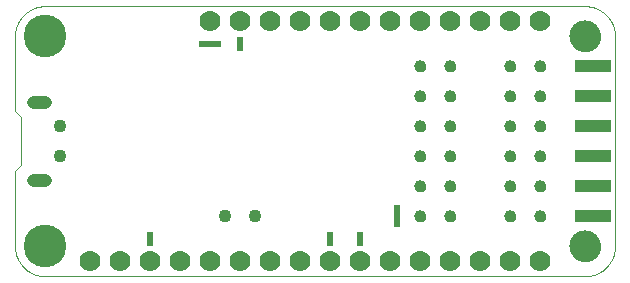
<source format=gbs>
G75*
%MOIN*%
%OFA0B0*%
%FSLAX25Y25*%
%IPPOS*%
%LPD*%
%AMOC8*
5,1,8,0,0,1.08239X$1,22.5*
%
%ADD10C,0.00000*%
%ADD11C,0.10400*%
%ADD12C,0.14243*%
%ADD13C,0.07000*%
%ADD14C,0.03900*%
%ADD15R,0.12211X0.04337*%
%ADD16C,0.04337*%
%ADD17R,0.02362X0.02362*%
%ADD18R,0.01969X0.00787*%
%ADD19R,0.00787X0.01969*%
%ADD20C,0.04400*%
D10*
X0044595Y0120262D02*
X0224595Y0120262D01*
X0219595Y0130262D02*
X0219597Y0130403D01*
X0219603Y0130544D01*
X0219613Y0130684D01*
X0219627Y0130824D01*
X0219645Y0130964D01*
X0219666Y0131103D01*
X0219692Y0131242D01*
X0219721Y0131380D01*
X0219755Y0131516D01*
X0219792Y0131652D01*
X0219833Y0131787D01*
X0219878Y0131921D01*
X0219927Y0132053D01*
X0219979Y0132184D01*
X0220035Y0132313D01*
X0220095Y0132440D01*
X0220158Y0132566D01*
X0220224Y0132690D01*
X0220295Y0132813D01*
X0220368Y0132933D01*
X0220445Y0133051D01*
X0220525Y0133167D01*
X0220609Y0133280D01*
X0220695Y0133391D01*
X0220785Y0133500D01*
X0220878Y0133606D01*
X0220973Y0133709D01*
X0221072Y0133810D01*
X0221173Y0133908D01*
X0221277Y0134003D01*
X0221384Y0134095D01*
X0221493Y0134184D01*
X0221605Y0134269D01*
X0221719Y0134352D01*
X0221835Y0134432D01*
X0221954Y0134508D01*
X0222075Y0134580D01*
X0222197Y0134650D01*
X0222322Y0134715D01*
X0222448Y0134778D01*
X0222576Y0134836D01*
X0222706Y0134891D01*
X0222837Y0134943D01*
X0222970Y0134990D01*
X0223104Y0135034D01*
X0223239Y0135075D01*
X0223375Y0135111D01*
X0223512Y0135143D01*
X0223650Y0135172D01*
X0223788Y0135197D01*
X0223928Y0135217D01*
X0224068Y0135234D01*
X0224208Y0135247D01*
X0224349Y0135256D01*
X0224489Y0135261D01*
X0224630Y0135262D01*
X0224771Y0135259D01*
X0224912Y0135252D01*
X0225052Y0135241D01*
X0225192Y0135226D01*
X0225332Y0135207D01*
X0225471Y0135185D01*
X0225609Y0135158D01*
X0225747Y0135128D01*
X0225883Y0135093D01*
X0226019Y0135055D01*
X0226153Y0135013D01*
X0226287Y0134967D01*
X0226419Y0134918D01*
X0226549Y0134864D01*
X0226678Y0134807D01*
X0226805Y0134747D01*
X0226931Y0134683D01*
X0227054Y0134615D01*
X0227176Y0134544D01*
X0227296Y0134470D01*
X0227413Y0134392D01*
X0227528Y0134311D01*
X0227641Y0134227D01*
X0227752Y0134140D01*
X0227860Y0134049D01*
X0227965Y0133956D01*
X0228068Y0133859D01*
X0228168Y0133760D01*
X0228265Y0133658D01*
X0228359Y0133553D01*
X0228450Y0133446D01*
X0228538Y0133336D01*
X0228623Y0133224D01*
X0228705Y0133109D01*
X0228784Y0132992D01*
X0228859Y0132873D01*
X0228931Y0132752D01*
X0228999Y0132629D01*
X0229064Y0132504D01*
X0229126Y0132377D01*
X0229183Y0132248D01*
X0229238Y0132118D01*
X0229288Y0131987D01*
X0229335Y0131854D01*
X0229378Y0131720D01*
X0229417Y0131584D01*
X0229452Y0131448D01*
X0229484Y0131311D01*
X0229511Y0131173D01*
X0229535Y0131034D01*
X0229555Y0130894D01*
X0229571Y0130754D01*
X0229583Y0130614D01*
X0229591Y0130473D01*
X0229595Y0130332D01*
X0229595Y0130192D01*
X0229591Y0130051D01*
X0229583Y0129910D01*
X0229571Y0129770D01*
X0229555Y0129630D01*
X0229535Y0129490D01*
X0229511Y0129351D01*
X0229484Y0129213D01*
X0229452Y0129076D01*
X0229417Y0128940D01*
X0229378Y0128804D01*
X0229335Y0128670D01*
X0229288Y0128537D01*
X0229238Y0128406D01*
X0229183Y0128276D01*
X0229126Y0128147D01*
X0229064Y0128020D01*
X0228999Y0127895D01*
X0228931Y0127772D01*
X0228859Y0127651D01*
X0228784Y0127532D01*
X0228705Y0127415D01*
X0228623Y0127300D01*
X0228538Y0127188D01*
X0228450Y0127078D01*
X0228359Y0126971D01*
X0228265Y0126866D01*
X0228168Y0126764D01*
X0228068Y0126665D01*
X0227965Y0126568D01*
X0227860Y0126475D01*
X0227752Y0126384D01*
X0227641Y0126297D01*
X0227528Y0126213D01*
X0227413Y0126132D01*
X0227296Y0126054D01*
X0227176Y0125980D01*
X0227054Y0125909D01*
X0226931Y0125841D01*
X0226805Y0125777D01*
X0226678Y0125717D01*
X0226549Y0125660D01*
X0226419Y0125606D01*
X0226287Y0125557D01*
X0226153Y0125511D01*
X0226019Y0125469D01*
X0225883Y0125431D01*
X0225747Y0125396D01*
X0225609Y0125366D01*
X0225471Y0125339D01*
X0225332Y0125317D01*
X0225192Y0125298D01*
X0225052Y0125283D01*
X0224912Y0125272D01*
X0224771Y0125265D01*
X0224630Y0125262D01*
X0224489Y0125263D01*
X0224349Y0125268D01*
X0224208Y0125277D01*
X0224068Y0125290D01*
X0223928Y0125307D01*
X0223788Y0125327D01*
X0223650Y0125352D01*
X0223512Y0125381D01*
X0223375Y0125413D01*
X0223239Y0125449D01*
X0223104Y0125490D01*
X0222970Y0125534D01*
X0222837Y0125581D01*
X0222706Y0125633D01*
X0222576Y0125688D01*
X0222448Y0125746D01*
X0222322Y0125809D01*
X0222197Y0125874D01*
X0222075Y0125944D01*
X0221954Y0126016D01*
X0221835Y0126092D01*
X0221719Y0126172D01*
X0221605Y0126255D01*
X0221493Y0126340D01*
X0221384Y0126429D01*
X0221277Y0126521D01*
X0221173Y0126616D01*
X0221072Y0126714D01*
X0220973Y0126815D01*
X0220878Y0126918D01*
X0220785Y0127024D01*
X0220695Y0127133D01*
X0220609Y0127244D01*
X0220525Y0127357D01*
X0220445Y0127473D01*
X0220368Y0127591D01*
X0220295Y0127711D01*
X0220224Y0127834D01*
X0220158Y0127958D01*
X0220095Y0128084D01*
X0220035Y0128211D01*
X0219979Y0128340D01*
X0219927Y0128471D01*
X0219878Y0128603D01*
X0219833Y0128737D01*
X0219792Y0128872D01*
X0219755Y0129008D01*
X0219721Y0129144D01*
X0219692Y0129282D01*
X0219666Y0129421D01*
X0219645Y0129560D01*
X0219627Y0129700D01*
X0219613Y0129840D01*
X0219603Y0129980D01*
X0219597Y0130121D01*
X0219595Y0130262D01*
X0224595Y0120262D02*
X0224837Y0120265D01*
X0225078Y0120274D01*
X0225319Y0120288D01*
X0225560Y0120309D01*
X0225800Y0120335D01*
X0226040Y0120367D01*
X0226279Y0120405D01*
X0226516Y0120448D01*
X0226753Y0120498D01*
X0226988Y0120553D01*
X0227222Y0120613D01*
X0227454Y0120680D01*
X0227685Y0120751D01*
X0227914Y0120829D01*
X0228141Y0120912D01*
X0228366Y0121000D01*
X0228589Y0121094D01*
X0228809Y0121193D01*
X0229027Y0121298D01*
X0229242Y0121407D01*
X0229455Y0121522D01*
X0229665Y0121642D01*
X0229871Y0121767D01*
X0230075Y0121897D01*
X0230276Y0122032D01*
X0230473Y0122172D01*
X0230667Y0122316D01*
X0230857Y0122465D01*
X0231043Y0122619D01*
X0231226Y0122777D01*
X0231405Y0122939D01*
X0231580Y0123106D01*
X0231751Y0123277D01*
X0231918Y0123452D01*
X0232080Y0123631D01*
X0232238Y0123814D01*
X0232392Y0124000D01*
X0232541Y0124190D01*
X0232685Y0124384D01*
X0232825Y0124581D01*
X0232960Y0124782D01*
X0233090Y0124986D01*
X0233215Y0125192D01*
X0233335Y0125402D01*
X0233450Y0125615D01*
X0233559Y0125830D01*
X0233664Y0126048D01*
X0233763Y0126268D01*
X0233857Y0126491D01*
X0233945Y0126716D01*
X0234028Y0126943D01*
X0234106Y0127172D01*
X0234177Y0127403D01*
X0234244Y0127635D01*
X0234304Y0127869D01*
X0234359Y0128104D01*
X0234409Y0128341D01*
X0234452Y0128578D01*
X0234490Y0128817D01*
X0234522Y0129057D01*
X0234548Y0129297D01*
X0234569Y0129538D01*
X0234583Y0129779D01*
X0234592Y0130020D01*
X0234595Y0130262D01*
X0234595Y0200262D01*
X0219595Y0200262D02*
X0219597Y0200403D01*
X0219603Y0200544D01*
X0219613Y0200684D01*
X0219627Y0200824D01*
X0219645Y0200964D01*
X0219666Y0201103D01*
X0219692Y0201242D01*
X0219721Y0201380D01*
X0219755Y0201516D01*
X0219792Y0201652D01*
X0219833Y0201787D01*
X0219878Y0201921D01*
X0219927Y0202053D01*
X0219979Y0202184D01*
X0220035Y0202313D01*
X0220095Y0202440D01*
X0220158Y0202566D01*
X0220224Y0202690D01*
X0220295Y0202813D01*
X0220368Y0202933D01*
X0220445Y0203051D01*
X0220525Y0203167D01*
X0220609Y0203280D01*
X0220695Y0203391D01*
X0220785Y0203500D01*
X0220878Y0203606D01*
X0220973Y0203709D01*
X0221072Y0203810D01*
X0221173Y0203908D01*
X0221277Y0204003D01*
X0221384Y0204095D01*
X0221493Y0204184D01*
X0221605Y0204269D01*
X0221719Y0204352D01*
X0221835Y0204432D01*
X0221954Y0204508D01*
X0222075Y0204580D01*
X0222197Y0204650D01*
X0222322Y0204715D01*
X0222448Y0204778D01*
X0222576Y0204836D01*
X0222706Y0204891D01*
X0222837Y0204943D01*
X0222970Y0204990D01*
X0223104Y0205034D01*
X0223239Y0205075D01*
X0223375Y0205111D01*
X0223512Y0205143D01*
X0223650Y0205172D01*
X0223788Y0205197D01*
X0223928Y0205217D01*
X0224068Y0205234D01*
X0224208Y0205247D01*
X0224349Y0205256D01*
X0224489Y0205261D01*
X0224630Y0205262D01*
X0224771Y0205259D01*
X0224912Y0205252D01*
X0225052Y0205241D01*
X0225192Y0205226D01*
X0225332Y0205207D01*
X0225471Y0205185D01*
X0225609Y0205158D01*
X0225747Y0205128D01*
X0225883Y0205093D01*
X0226019Y0205055D01*
X0226153Y0205013D01*
X0226287Y0204967D01*
X0226419Y0204918D01*
X0226549Y0204864D01*
X0226678Y0204807D01*
X0226805Y0204747D01*
X0226931Y0204683D01*
X0227054Y0204615D01*
X0227176Y0204544D01*
X0227296Y0204470D01*
X0227413Y0204392D01*
X0227528Y0204311D01*
X0227641Y0204227D01*
X0227752Y0204140D01*
X0227860Y0204049D01*
X0227965Y0203956D01*
X0228068Y0203859D01*
X0228168Y0203760D01*
X0228265Y0203658D01*
X0228359Y0203553D01*
X0228450Y0203446D01*
X0228538Y0203336D01*
X0228623Y0203224D01*
X0228705Y0203109D01*
X0228784Y0202992D01*
X0228859Y0202873D01*
X0228931Y0202752D01*
X0228999Y0202629D01*
X0229064Y0202504D01*
X0229126Y0202377D01*
X0229183Y0202248D01*
X0229238Y0202118D01*
X0229288Y0201987D01*
X0229335Y0201854D01*
X0229378Y0201720D01*
X0229417Y0201584D01*
X0229452Y0201448D01*
X0229484Y0201311D01*
X0229511Y0201173D01*
X0229535Y0201034D01*
X0229555Y0200894D01*
X0229571Y0200754D01*
X0229583Y0200614D01*
X0229591Y0200473D01*
X0229595Y0200332D01*
X0229595Y0200192D01*
X0229591Y0200051D01*
X0229583Y0199910D01*
X0229571Y0199770D01*
X0229555Y0199630D01*
X0229535Y0199490D01*
X0229511Y0199351D01*
X0229484Y0199213D01*
X0229452Y0199076D01*
X0229417Y0198940D01*
X0229378Y0198804D01*
X0229335Y0198670D01*
X0229288Y0198537D01*
X0229238Y0198406D01*
X0229183Y0198276D01*
X0229126Y0198147D01*
X0229064Y0198020D01*
X0228999Y0197895D01*
X0228931Y0197772D01*
X0228859Y0197651D01*
X0228784Y0197532D01*
X0228705Y0197415D01*
X0228623Y0197300D01*
X0228538Y0197188D01*
X0228450Y0197078D01*
X0228359Y0196971D01*
X0228265Y0196866D01*
X0228168Y0196764D01*
X0228068Y0196665D01*
X0227965Y0196568D01*
X0227860Y0196475D01*
X0227752Y0196384D01*
X0227641Y0196297D01*
X0227528Y0196213D01*
X0227413Y0196132D01*
X0227296Y0196054D01*
X0227176Y0195980D01*
X0227054Y0195909D01*
X0226931Y0195841D01*
X0226805Y0195777D01*
X0226678Y0195717D01*
X0226549Y0195660D01*
X0226419Y0195606D01*
X0226287Y0195557D01*
X0226153Y0195511D01*
X0226019Y0195469D01*
X0225883Y0195431D01*
X0225747Y0195396D01*
X0225609Y0195366D01*
X0225471Y0195339D01*
X0225332Y0195317D01*
X0225192Y0195298D01*
X0225052Y0195283D01*
X0224912Y0195272D01*
X0224771Y0195265D01*
X0224630Y0195262D01*
X0224489Y0195263D01*
X0224349Y0195268D01*
X0224208Y0195277D01*
X0224068Y0195290D01*
X0223928Y0195307D01*
X0223788Y0195327D01*
X0223650Y0195352D01*
X0223512Y0195381D01*
X0223375Y0195413D01*
X0223239Y0195449D01*
X0223104Y0195490D01*
X0222970Y0195534D01*
X0222837Y0195581D01*
X0222706Y0195633D01*
X0222576Y0195688D01*
X0222448Y0195746D01*
X0222322Y0195809D01*
X0222197Y0195874D01*
X0222075Y0195944D01*
X0221954Y0196016D01*
X0221835Y0196092D01*
X0221719Y0196172D01*
X0221605Y0196255D01*
X0221493Y0196340D01*
X0221384Y0196429D01*
X0221277Y0196521D01*
X0221173Y0196616D01*
X0221072Y0196714D01*
X0220973Y0196815D01*
X0220878Y0196918D01*
X0220785Y0197024D01*
X0220695Y0197133D01*
X0220609Y0197244D01*
X0220525Y0197357D01*
X0220445Y0197473D01*
X0220368Y0197591D01*
X0220295Y0197711D01*
X0220224Y0197834D01*
X0220158Y0197958D01*
X0220095Y0198084D01*
X0220035Y0198211D01*
X0219979Y0198340D01*
X0219927Y0198471D01*
X0219878Y0198603D01*
X0219833Y0198737D01*
X0219792Y0198872D01*
X0219755Y0199008D01*
X0219721Y0199144D01*
X0219692Y0199282D01*
X0219666Y0199421D01*
X0219645Y0199560D01*
X0219627Y0199700D01*
X0219613Y0199840D01*
X0219603Y0199980D01*
X0219597Y0200121D01*
X0219595Y0200262D01*
X0224595Y0210262D02*
X0224837Y0210259D01*
X0225078Y0210250D01*
X0225319Y0210236D01*
X0225560Y0210215D01*
X0225800Y0210189D01*
X0226040Y0210157D01*
X0226279Y0210119D01*
X0226516Y0210076D01*
X0226753Y0210026D01*
X0226988Y0209971D01*
X0227222Y0209911D01*
X0227454Y0209844D01*
X0227685Y0209773D01*
X0227914Y0209695D01*
X0228141Y0209612D01*
X0228366Y0209524D01*
X0228589Y0209430D01*
X0228809Y0209331D01*
X0229027Y0209226D01*
X0229242Y0209117D01*
X0229455Y0209002D01*
X0229665Y0208882D01*
X0229871Y0208757D01*
X0230075Y0208627D01*
X0230276Y0208492D01*
X0230473Y0208352D01*
X0230667Y0208208D01*
X0230857Y0208059D01*
X0231043Y0207905D01*
X0231226Y0207747D01*
X0231405Y0207585D01*
X0231580Y0207418D01*
X0231751Y0207247D01*
X0231918Y0207072D01*
X0232080Y0206893D01*
X0232238Y0206710D01*
X0232392Y0206524D01*
X0232541Y0206334D01*
X0232685Y0206140D01*
X0232825Y0205943D01*
X0232960Y0205742D01*
X0233090Y0205538D01*
X0233215Y0205332D01*
X0233335Y0205122D01*
X0233450Y0204909D01*
X0233559Y0204694D01*
X0233664Y0204476D01*
X0233763Y0204256D01*
X0233857Y0204033D01*
X0233945Y0203808D01*
X0234028Y0203581D01*
X0234106Y0203352D01*
X0234177Y0203121D01*
X0234244Y0202889D01*
X0234304Y0202655D01*
X0234359Y0202420D01*
X0234409Y0202183D01*
X0234452Y0201946D01*
X0234490Y0201707D01*
X0234522Y0201467D01*
X0234548Y0201227D01*
X0234569Y0200986D01*
X0234583Y0200745D01*
X0234592Y0200504D01*
X0234595Y0200262D01*
X0224595Y0210262D02*
X0044595Y0210262D01*
X0044353Y0210259D01*
X0044112Y0210250D01*
X0043871Y0210236D01*
X0043630Y0210215D01*
X0043390Y0210189D01*
X0043150Y0210157D01*
X0042911Y0210119D01*
X0042674Y0210076D01*
X0042437Y0210026D01*
X0042202Y0209971D01*
X0041968Y0209911D01*
X0041736Y0209844D01*
X0041505Y0209773D01*
X0041276Y0209695D01*
X0041049Y0209612D01*
X0040824Y0209524D01*
X0040601Y0209430D01*
X0040381Y0209331D01*
X0040163Y0209226D01*
X0039948Y0209117D01*
X0039735Y0209002D01*
X0039525Y0208882D01*
X0039319Y0208757D01*
X0039115Y0208627D01*
X0038914Y0208492D01*
X0038717Y0208352D01*
X0038523Y0208208D01*
X0038333Y0208059D01*
X0038147Y0207905D01*
X0037964Y0207747D01*
X0037785Y0207585D01*
X0037610Y0207418D01*
X0037439Y0207247D01*
X0037272Y0207072D01*
X0037110Y0206893D01*
X0036952Y0206710D01*
X0036798Y0206524D01*
X0036649Y0206334D01*
X0036505Y0206140D01*
X0036365Y0205943D01*
X0036230Y0205742D01*
X0036100Y0205538D01*
X0035975Y0205332D01*
X0035855Y0205122D01*
X0035740Y0204909D01*
X0035631Y0204694D01*
X0035526Y0204476D01*
X0035427Y0204256D01*
X0035333Y0204033D01*
X0035245Y0203808D01*
X0035162Y0203581D01*
X0035084Y0203352D01*
X0035013Y0203121D01*
X0034946Y0202889D01*
X0034886Y0202655D01*
X0034831Y0202420D01*
X0034781Y0202183D01*
X0034738Y0201946D01*
X0034700Y0201707D01*
X0034668Y0201467D01*
X0034642Y0201227D01*
X0034621Y0200986D01*
X0034607Y0200745D01*
X0034598Y0200504D01*
X0034595Y0200262D01*
X0034595Y0175262D01*
X0036595Y0173262D01*
X0036595Y0157262D01*
X0034595Y0155262D01*
X0034595Y0130262D01*
X0034598Y0130020D01*
X0034607Y0129779D01*
X0034621Y0129538D01*
X0034642Y0129297D01*
X0034668Y0129057D01*
X0034700Y0128817D01*
X0034738Y0128578D01*
X0034781Y0128341D01*
X0034831Y0128104D01*
X0034886Y0127869D01*
X0034946Y0127635D01*
X0035013Y0127403D01*
X0035084Y0127172D01*
X0035162Y0126943D01*
X0035245Y0126716D01*
X0035333Y0126491D01*
X0035427Y0126268D01*
X0035526Y0126048D01*
X0035631Y0125830D01*
X0035740Y0125615D01*
X0035855Y0125402D01*
X0035975Y0125192D01*
X0036100Y0124986D01*
X0036230Y0124782D01*
X0036365Y0124581D01*
X0036505Y0124384D01*
X0036649Y0124190D01*
X0036798Y0124000D01*
X0036952Y0123814D01*
X0037110Y0123631D01*
X0037272Y0123452D01*
X0037439Y0123277D01*
X0037610Y0123106D01*
X0037785Y0122939D01*
X0037964Y0122777D01*
X0038147Y0122619D01*
X0038333Y0122465D01*
X0038523Y0122316D01*
X0038717Y0122172D01*
X0038914Y0122032D01*
X0039115Y0121897D01*
X0039319Y0121767D01*
X0039525Y0121642D01*
X0039735Y0121522D01*
X0039948Y0121407D01*
X0040163Y0121298D01*
X0040381Y0121193D01*
X0040601Y0121094D01*
X0040824Y0121000D01*
X0041049Y0120912D01*
X0041276Y0120829D01*
X0041505Y0120751D01*
X0041736Y0120680D01*
X0041968Y0120613D01*
X0042202Y0120553D01*
X0042437Y0120498D01*
X0042674Y0120448D01*
X0042911Y0120405D01*
X0043150Y0120367D01*
X0043390Y0120335D01*
X0043630Y0120309D01*
X0043871Y0120288D01*
X0044112Y0120274D01*
X0044353Y0120265D01*
X0044595Y0120262D01*
X0167845Y0140262D02*
X0167847Y0140345D01*
X0167853Y0140428D01*
X0167863Y0140511D01*
X0167877Y0140593D01*
X0167894Y0140675D01*
X0167916Y0140755D01*
X0167941Y0140834D01*
X0167970Y0140912D01*
X0168003Y0140989D01*
X0168040Y0141064D01*
X0168079Y0141137D01*
X0168123Y0141208D01*
X0168169Y0141277D01*
X0168219Y0141344D01*
X0168272Y0141408D01*
X0168328Y0141470D01*
X0168387Y0141529D01*
X0168449Y0141585D01*
X0168513Y0141638D01*
X0168580Y0141688D01*
X0168649Y0141734D01*
X0168720Y0141778D01*
X0168793Y0141817D01*
X0168868Y0141854D01*
X0168945Y0141887D01*
X0169023Y0141916D01*
X0169102Y0141941D01*
X0169182Y0141963D01*
X0169264Y0141980D01*
X0169346Y0141994D01*
X0169429Y0142004D01*
X0169512Y0142010D01*
X0169595Y0142012D01*
X0169678Y0142010D01*
X0169761Y0142004D01*
X0169844Y0141994D01*
X0169926Y0141980D01*
X0170008Y0141963D01*
X0170088Y0141941D01*
X0170167Y0141916D01*
X0170245Y0141887D01*
X0170322Y0141854D01*
X0170397Y0141817D01*
X0170470Y0141778D01*
X0170541Y0141734D01*
X0170610Y0141688D01*
X0170677Y0141638D01*
X0170741Y0141585D01*
X0170803Y0141529D01*
X0170862Y0141470D01*
X0170918Y0141408D01*
X0170971Y0141344D01*
X0171021Y0141277D01*
X0171067Y0141208D01*
X0171111Y0141137D01*
X0171150Y0141064D01*
X0171187Y0140989D01*
X0171220Y0140912D01*
X0171249Y0140834D01*
X0171274Y0140755D01*
X0171296Y0140675D01*
X0171313Y0140593D01*
X0171327Y0140511D01*
X0171337Y0140428D01*
X0171343Y0140345D01*
X0171345Y0140262D01*
X0171343Y0140179D01*
X0171337Y0140096D01*
X0171327Y0140013D01*
X0171313Y0139931D01*
X0171296Y0139849D01*
X0171274Y0139769D01*
X0171249Y0139690D01*
X0171220Y0139612D01*
X0171187Y0139535D01*
X0171150Y0139460D01*
X0171111Y0139387D01*
X0171067Y0139316D01*
X0171021Y0139247D01*
X0170971Y0139180D01*
X0170918Y0139116D01*
X0170862Y0139054D01*
X0170803Y0138995D01*
X0170741Y0138939D01*
X0170677Y0138886D01*
X0170610Y0138836D01*
X0170541Y0138790D01*
X0170470Y0138746D01*
X0170397Y0138707D01*
X0170322Y0138670D01*
X0170245Y0138637D01*
X0170167Y0138608D01*
X0170088Y0138583D01*
X0170008Y0138561D01*
X0169926Y0138544D01*
X0169844Y0138530D01*
X0169761Y0138520D01*
X0169678Y0138514D01*
X0169595Y0138512D01*
X0169512Y0138514D01*
X0169429Y0138520D01*
X0169346Y0138530D01*
X0169264Y0138544D01*
X0169182Y0138561D01*
X0169102Y0138583D01*
X0169023Y0138608D01*
X0168945Y0138637D01*
X0168868Y0138670D01*
X0168793Y0138707D01*
X0168720Y0138746D01*
X0168649Y0138790D01*
X0168580Y0138836D01*
X0168513Y0138886D01*
X0168449Y0138939D01*
X0168387Y0138995D01*
X0168328Y0139054D01*
X0168272Y0139116D01*
X0168219Y0139180D01*
X0168169Y0139247D01*
X0168123Y0139316D01*
X0168079Y0139387D01*
X0168040Y0139460D01*
X0168003Y0139535D01*
X0167970Y0139612D01*
X0167941Y0139690D01*
X0167916Y0139769D01*
X0167894Y0139849D01*
X0167877Y0139931D01*
X0167863Y0140013D01*
X0167853Y0140096D01*
X0167847Y0140179D01*
X0167845Y0140262D01*
X0177845Y0140262D02*
X0177847Y0140345D01*
X0177853Y0140428D01*
X0177863Y0140511D01*
X0177877Y0140593D01*
X0177894Y0140675D01*
X0177916Y0140755D01*
X0177941Y0140834D01*
X0177970Y0140912D01*
X0178003Y0140989D01*
X0178040Y0141064D01*
X0178079Y0141137D01*
X0178123Y0141208D01*
X0178169Y0141277D01*
X0178219Y0141344D01*
X0178272Y0141408D01*
X0178328Y0141470D01*
X0178387Y0141529D01*
X0178449Y0141585D01*
X0178513Y0141638D01*
X0178580Y0141688D01*
X0178649Y0141734D01*
X0178720Y0141778D01*
X0178793Y0141817D01*
X0178868Y0141854D01*
X0178945Y0141887D01*
X0179023Y0141916D01*
X0179102Y0141941D01*
X0179182Y0141963D01*
X0179264Y0141980D01*
X0179346Y0141994D01*
X0179429Y0142004D01*
X0179512Y0142010D01*
X0179595Y0142012D01*
X0179678Y0142010D01*
X0179761Y0142004D01*
X0179844Y0141994D01*
X0179926Y0141980D01*
X0180008Y0141963D01*
X0180088Y0141941D01*
X0180167Y0141916D01*
X0180245Y0141887D01*
X0180322Y0141854D01*
X0180397Y0141817D01*
X0180470Y0141778D01*
X0180541Y0141734D01*
X0180610Y0141688D01*
X0180677Y0141638D01*
X0180741Y0141585D01*
X0180803Y0141529D01*
X0180862Y0141470D01*
X0180918Y0141408D01*
X0180971Y0141344D01*
X0181021Y0141277D01*
X0181067Y0141208D01*
X0181111Y0141137D01*
X0181150Y0141064D01*
X0181187Y0140989D01*
X0181220Y0140912D01*
X0181249Y0140834D01*
X0181274Y0140755D01*
X0181296Y0140675D01*
X0181313Y0140593D01*
X0181327Y0140511D01*
X0181337Y0140428D01*
X0181343Y0140345D01*
X0181345Y0140262D01*
X0181343Y0140179D01*
X0181337Y0140096D01*
X0181327Y0140013D01*
X0181313Y0139931D01*
X0181296Y0139849D01*
X0181274Y0139769D01*
X0181249Y0139690D01*
X0181220Y0139612D01*
X0181187Y0139535D01*
X0181150Y0139460D01*
X0181111Y0139387D01*
X0181067Y0139316D01*
X0181021Y0139247D01*
X0180971Y0139180D01*
X0180918Y0139116D01*
X0180862Y0139054D01*
X0180803Y0138995D01*
X0180741Y0138939D01*
X0180677Y0138886D01*
X0180610Y0138836D01*
X0180541Y0138790D01*
X0180470Y0138746D01*
X0180397Y0138707D01*
X0180322Y0138670D01*
X0180245Y0138637D01*
X0180167Y0138608D01*
X0180088Y0138583D01*
X0180008Y0138561D01*
X0179926Y0138544D01*
X0179844Y0138530D01*
X0179761Y0138520D01*
X0179678Y0138514D01*
X0179595Y0138512D01*
X0179512Y0138514D01*
X0179429Y0138520D01*
X0179346Y0138530D01*
X0179264Y0138544D01*
X0179182Y0138561D01*
X0179102Y0138583D01*
X0179023Y0138608D01*
X0178945Y0138637D01*
X0178868Y0138670D01*
X0178793Y0138707D01*
X0178720Y0138746D01*
X0178649Y0138790D01*
X0178580Y0138836D01*
X0178513Y0138886D01*
X0178449Y0138939D01*
X0178387Y0138995D01*
X0178328Y0139054D01*
X0178272Y0139116D01*
X0178219Y0139180D01*
X0178169Y0139247D01*
X0178123Y0139316D01*
X0178079Y0139387D01*
X0178040Y0139460D01*
X0178003Y0139535D01*
X0177970Y0139612D01*
X0177941Y0139690D01*
X0177916Y0139769D01*
X0177894Y0139849D01*
X0177877Y0139931D01*
X0177863Y0140013D01*
X0177853Y0140096D01*
X0177847Y0140179D01*
X0177845Y0140262D01*
X0177845Y0150262D02*
X0177847Y0150345D01*
X0177853Y0150428D01*
X0177863Y0150511D01*
X0177877Y0150593D01*
X0177894Y0150675D01*
X0177916Y0150755D01*
X0177941Y0150834D01*
X0177970Y0150912D01*
X0178003Y0150989D01*
X0178040Y0151064D01*
X0178079Y0151137D01*
X0178123Y0151208D01*
X0178169Y0151277D01*
X0178219Y0151344D01*
X0178272Y0151408D01*
X0178328Y0151470D01*
X0178387Y0151529D01*
X0178449Y0151585D01*
X0178513Y0151638D01*
X0178580Y0151688D01*
X0178649Y0151734D01*
X0178720Y0151778D01*
X0178793Y0151817D01*
X0178868Y0151854D01*
X0178945Y0151887D01*
X0179023Y0151916D01*
X0179102Y0151941D01*
X0179182Y0151963D01*
X0179264Y0151980D01*
X0179346Y0151994D01*
X0179429Y0152004D01*
X0179512Y0152010D01*
X0179595Y0152012D01*
X0179678Y0152010D01*
X0179761Y0152004D01*
X0179844Y0151994D01*
X0179926Y0151980D01*
X0180008Y0151963D01*
X0180088Y0151941D01*
X0180167Y0151916D01*
X0180245Y0151887D01*
X0180322Y0151854D01*
X0180397Y0151817D01*
X0180470Y0151778D01*
X0180541Y0151734D01*
X0180610Y0151688D01*
X0180677Y0151638D01*
X0180741Y0151585D01*
X0180803Y0151529D01*
X0180862Y0151470D01*
X0180918Y0151408D01*
X0180971Y0151344D01*
X0181021Y0151277D01*
X0181067Y0151208D01*
X0181111Y0151137D01*
X0181150Y0151064D01*
X0181187Y0150989D01*
X0181220Y0150912D01*
X0181249Y0150834D01*
X0181274Y0150755D01*
X0181296Y0150675D01*
X0181313Y0150593D01*
X0181327Y0150511D01*
X0181337Y0150428D01*
X0181343Y0150345D01*
X0181345Y0150262D01*
X0181343Y0150179D01*
X0181337Y0150096D01*
X0181327Y0150013D01*
X0181313Y0149931D01*
X0181296Y0149849D01*
X0181274Y0149769D01*
X0181249Y0149690D01*
X0181220Y0149612D01*
X0181187Y0149535D01*
X0181150Y0149460D01*
X0181111Y0149387D01*
X0181067Y0149316D01*
X0181021Y0149247D01*
X0180971Y0149180D01*
X0180918Y0149116D01*
X0180862Y0149054D01*
X0180803Y0148995D01*
X0180741Y0148939D01*
X0180677Y0148886D01*
X0180610Y0148836D01*
X0180541Y0148790D01*
X0180470Y0148746D01*
X0180397Y0148707D01*
X0180322Y0148670D01*
X0180245Y0148637D01*
X0180167Y0148608D01*
X0180088Y0148583D01*
X0180008Y0148561D01*
X0179926Y0148544D01*
X0179844Y0148530D01*
X0179761Y0148520D01*
X0179678Y0148514D01*
X0179595Y0148512D01*
X0179512Y0148514D01*
X0179429Y0148520D01*
X0179346Y0148530D01*
X0179264Y0148544D01*
X0179182Y0148561D01*
X0179102Y0148583D01*
X0179023Y0148608D01*
X0178945Y0148637D01*
X0178868Y0148670D01*
X0178793Y0148707D01*
X0178720Y0148746D01*
X0178649Y0148790D01*
X0178580Y0148836D01*
X0178513Y0148886D01*
X0178449Y0148939D01*
X0178387Y0148995D01*
X0178328Y0149054D01*
X0178272Y0149116D01*
X0178219Y0149180D01*
X0178169Y0149247D01*
X0178123Y0149316D01*
X0178079Y0149387D01*
X0178040Y0149460D01*
X0178003Y0149535D01*
X0177970Y0149612D01*
X0177941Y0149690D01*
X0177916Y0149769D01*
X0177894Y0149849D01*
X0177877Y0149931D01*
X0177863Y0150013D01*
X0177853Y0150096D01*
X0177847Y0150179D01*
X0177845Y0150262D01*
X0167845Y0150262D02*
X0167847Y0150345D01*
X0167853Y0150428D01*
X0167863Y0150511D01*
X0167877Y0150593D01*
X0167894Y0150675D01*
X0167916Y0150755D01*
X0167941Y0150834D01*
X0167970Y0150912D01*
X0168003Y0150989D01*
X0168040Y0151064D01*
X0168079Y0151137D01*
X0168123Y0151208D01*
X0168169Y0151277D01*
X0168219Y0151344D01*
X0168272Y0151408D01*
X0168328Y0151470D01*
X0168387Y0151529D01*
X0168449Y0151585D01*
X0168513Y0151638D01*
X0168580Y0151688D01*
X0168649Y0151734D01*
X0168720Y0151778D01*
X0168793Y0151817D01*
X0168868Y0151854D01*
X0168945Y0151887D01*
X0169023Y0151916D01*
X0169102Y0151941D01*
X0169182Y0151963D01*
X0169264Y0151980D01*
X0169346Y0151994D01*
X0169429Y0152004D01*
X0169512Y0152010D01*
X0169595Y0152012D01*
X0169678Y0152010D01*
X0169761Y0152004D01*
X0169844Y0151994D01*
X0169926Y0151980D01*
X0170008Y0151963D01*
X0170088Y0151941D01*
X0170167Y0151916D01*
X0170245Y0151887D01*
X0170322Y0151854D01*
X0170397Y0151817D01*
X0170470Y0151778D01*
X0170541Y0151734D01*
X0170610Y0151688D01*
X0170677Y0151638D01*
X0170741Y0151585D01*
X0170803Y0151529D01*
X0170862Y0151470D01*
X0170918Y0151408D01*
X0170971Y0151344D01*
X0171021Y0151277D01*
X0171067Y0151208D01*
X0171111Y0151137D01*
X0171150Y0151064D01*
X0171187Y0150989D01*
X0171220Y0150912D01*
X0171249Y0150834D01*
X0171274Y0150755D01*
X0171296Y0150675D01*
X0171313Y0150593D01*
X0171327Y0150511D01*
X0171337Y0150428D01*
X0171343Y0150345D01*
X0171345Y0150262D01*
X0171343Y0150179D01*
X0171337Y0150096D01*
X0171327Y0150013D01*
X0171313Y0149931D01*
X0171296Y0149849D01*
X0171274Y0149769D01*
X0171249Y0149690D01*
X0171220Y0149612D01*
X0171187Y0149535D01*
X0171150Y0149460D01*
X0171111Y0149387D01*
X0171067Y0149316D01*
X0171021Y0149247D01*
X0170971Y0149180D01*
X0170918Y0149116D01*
X0170862Y0149054D01*
X0170803Y0148995D01*
X0170741Y0148939D01*
X0170677Y0148886D01*
X0170610Y0148836D01*
X0170541Y0148790D01*
X0170470Y0148746D01*
X0170397Y0148707D01*
X0170322Y0148670D01*
X0170245Y0148637D01*
X0170167Y0148608D01*
X0170088Y0148583D01*
X0170008Y0148561D01*
X0169926Y0148544D01*
X0169844Y0148530D01*
X0169761Y0148520D01*
X0169678Y0148514D01*
X0169595Y0148512D01*
X0169512Y0148514D01*
X0169429Y0148520D01*
X0169346Y0148530D01*
X0169264Y0148544D01*
X0169182Y0148561D01*
X0169102Y0148583D01*
X0169023Y0148608D01*
X0168945Y0148637D01*
X0168868Y0148670D01*
X0168793Y0148707D01*
X0168720Y0148746D01*
X0168649Y0148790D01*
X0168580Y0148836D01*
X0168513Y0148886D01*
X0168449Y0148939D01*
X0168387Y0148995D01*
X0168328Y0149054D01*
X0168272Y0149116D01*
X0168219Y0149180D01*
X0168169Y0149247D01*
X0168123Y0149316D01*
X0168079Y0149387D01*
X0168040Y0149460D01*
X0168003Y0149535D01*
X0167970Y0149612D01*
X0167941Y0149690D01*
X0167916Y0149769D01*
X0167894Y0149849D01*
X0167877Y0149931D01*
X0167863Y0150013D01*
X0167853Y0150096D01*
X0167847Y0150179D01*
X0167845Y0150262D01*
X0167845Y0160262D02*
X0167847Y0160345D01*
X0167853Y0160428D01*
X0167863Y0160511D01*
X0167877Y0160593D01*
X0167894Y0160675D01*
X0167916Y0160755D01*
X0167941Y0160834D01*
X0167970Y0160912D01*
X0168003Y0160989D01*
X0168040Y0161064D01*
X0168079Y0161137D01*
X0168123Y0161208D01*
X0168169Y0161277D01*
X0168219Y0161344D01*
X0168272Y0161408D01*
X0168328Y0161470D01*
X0168387Y0161529D01*
X0168449Y0161585D01*
X0168513Y0161638D01*
X0168580Y0161688D01*
X0168649Y0161734D01*
X0168720Y0161778D01*
X0168793Y0161817D01*
X0168868Y0161854D01*
X0168945Y0161887D01*
X0169023Y0161916D01*
X0169102Y0161941D01*
X0169182Y0161963D01*
X0169264Y0161980D01*
X0169346Y0161994D01*
X0169429Y0162004D01*
X0169512Y0162010D01*
X0169595Y0162012D01*
X0169678Y0162010D01*
X0169761Y0162004D01*
X0169844Y0161994D01*
X0169926Y0161980D01*
X0170008Y0161963D01*
X0170088Y0161941D01*
X0170167Y0161916D01*
X0170245Y0161887D01*
X0170322Y0161854D01*
X0170397Y0161817D01*
X0170470Y0161778D01*
X0170541Y0161734D01*
X0170610Y0161688D01*
X0170677Y0161638D01*
X0170741Y0161585D01*
X0170803Y0161529D01*
X0170862Y0161470D01*
X0170918Y0161408D01*
X0170971Y0161344D01*
X0171021Y0161277D01*
X0171067Y0161208D01*
X0171111Y0161137D01*
X0171150Y0161064D01*
X0171187Y0160989D01*
X0171220Y0160912D01*
X0171249Y0160834D01*
X0171274Y0160755D01*
X0171296Y0160675D01*
X0171313Y0160593D01*
X0171327Y0160511D01*
X0171337Y0160428D01*
X0171343Y0160345D01*
X0171345Y0160262D01*
X0171343Y0160179D01*
X0171337Y0160096D01*
X0171327Y0160013D01*
X0171313Y0159931D01*
X0171296Y0159849D01*
X0171274Y0159769D01*
X0171249Y0159690D01*
X0171220Y0159612D01*
X0171187Y0159535D01*
X0171150Y0159460D01*
X0171111Y0159387D01*
X0171067Y0159316D01*
X0171021Y0159247D01*
X0170971Y0159180D01*
X0170918Y0159116D01*
X0170862Y0159054D01*
X0170803Y0158995D01*
X0170741Y0158939D01*
X0170677Y0158886D01*
X0170610Y0158836D01*
X0170541Y0158790D01*
X0170470Y0158746D01*
X0170397Y0158707D01*
X0170322Y0158670D01*
X0170245Y0158637D01*
X0170167Y0158608D01*
X0170088Y0158583D01*
X0170008Y0158561D01*
X0169926Y0158544D01*
X0169844Y0158530D01*
X0169761Y0158520D01*
X0169678Y0158514D01*
X0169595Y0158512D01*
X0169512Y0158514D01*
X0169429Y0158520D01*
X0169346Y0158530D01*
X0169264Y0158544D01*
X0169182Y0158561D01*
X0169102Y0158583D01*
X0169023Y0158608D01*
X0168945Y0158637D01*
X0168868Y0158670D01*
X0168793Y0158707D01*
X0168720Y0158746D01*
X0168649Y0158790D01*
X0168580Y0158836D01*
X0168513Y0158886D01*
X0168449Y0158939D01*
X0168387Y0158995D01*
X0168328Y0159054D01*
X0168272Y0159116D01*
X0168219Y0159180D01*
X0168169Y0159247D01*
X0168123Y0159316D01*
X0168079Y0159387D01*
X0168040Y0159460D01*
X0168003Y0159535D01*
X0167970Y0159612D01*
X0167941Y0159690D01*
X0167916Y0159769D01*
X0167894Y0159849D01*
X0167877Y0159931D01*
X0167863Y0160013D01*
X0167853Y0160096D01*
X0167847Y0160179D01*
X0167845Y0160262D01*
X0177845Y0160262D02*
X0177847Y0160345D01*
X0177853Y0160428D01*
X0177863Y0160511D01*
X0177877Y0160593D01*
X0177894Y0160675D01*
X0177916Y0160755D01*
X0177941Y0160834D01*
X0177970Y0160912D01*
X0178003Y0160989D01*
X0178040Y0161064D01*
X0178079Y0161137D01*
X0178123Y0161208D01*
X0178169Y0161277D01*
X0178219Y0161344D01*
X0178272Y0161408D01*
X0178328Y0161470D01*
X0178387Y0161529D01*
X0178449Y0161585D01*
X0178513Y0161638D01*
X0178580Y0161688D01*
X0178649Y0161734D01*
X0178720Y0161778D01*
X0178793Y0161817D01*
X0178868Y0161854D01*
X0178945Y0161887D01*
X0179023Y0161916D01*
X0179102Y0161941D01*
X0179182Y0161963D01*
X0179264Y0161980D01*
X0179346Y0161994D01*
X0179429Y0162004D01*
X0179512Y0162010D01*
X0179595Y0162012D01*
X0179678Y0162010D01*
X0179761Y0162004D01*
X0179844Y0161994D01*
X0179926Y0161980D01*
X0180008Y0161963D01*
X0180088Y0161941D01*
X0180167Y0161916D01*
X0180245Y0161887D01*
X0180322Y0161854D01*
X0180397Y0161817D01*
X0180470Y0161778D01*
X0180541Y0161734D01*
X0180610Y0161688D01*
X0180677Y0161638D01*
X0180741Y0161585D01*
X0180803Y0161529D01*
X0180862Y0161470D01*
X0180918Y0161408D01*
X0180971Y0161344D01*
X0181021Y0161277D01*
X0181067Y0161208D01*
X0181111Y0161137D01*
X0181150Y0161064D01*
X0181187Y0160989D01*
X0181220Y0160912D01*
X0181249Y0160834D01*
X0181274Y0160755D01*
X0181296Y0160675D01*
X0181313Y0160593D01*
X0181327Y0160511D01*
X0181337Y0160428D01*
X0181343Y0160345D01*
X0181345Y0160262D01*
X0181343Y0160179D01*
X0181337Y0160096D01*
X0181327Y0160013D01*
X0181313Y0159931D01*
X0181296Y0159849D01*
X0181274Y0159769D01*
X0181249Y0159690D01*
X0181220Y0159612D01*
X0181187Y0159535D01*
X0181150Y0159460D01*
X0181111Y0159387D01*
X0181067Y0159316D01*
X0181021Y0159247D01*
X0180971Y0159180D01*
X0180918Y0159116D01*
X0180862Y0159054D01*
X0180803Y0158995D01*
X0180741Y0158939D01*
X0180677Y0158886D01*
X0180610Y0158836D01*
X0180541Y0158790D01*
X0180470Y0158746D01*
X0180397Y0158707D01*
X0180322Y0158670D01*
X0180245Y0158637D01*
X0180167Y0158608D01*
X0180088Y0158583D01*
X0180008Y0158561D01*
X0179926Y0158544D01*
X0179844Y0158530D01*
X0179761Y0158520D01*
X0179678Y0158514D01*
X0179595Y0158512D01*
X0179512Y0158514D01*
X0179429Y0158520D01*
X0179346Y0158530D01*
X0179264Y0158544D01*
X0179182Y0158561D01*
X0179102Y0158583D01*
X0179023Y0158608D01*
X0178945Y0158637D01*
X0178868Y0158670D01*
X0178793Y0158707D01*
X0178720Y0158746D01*
X0178649Y0158790D01*
X0178580Y0158836D01*
X0178513Y0158886D01*
X0178449Y0158939D01*
X0178387Y0158995D01*
X0178328Y0159054D01*
X0178272Y0159116D01*
X0178219Y0159180D01*
X0178169Y0159247D01*
X0178123Y0159316D01*
X0178079Y0159387D01*
X0178040Y0159460D01*
X0178003Y0159535D01*
X0177970Y0159612D01*
X0177941Y0159690D01*
X0177916Y0159769D01*
X0177894Y0159849D01*
X0177877Y0159931D01*
X0177863Y0160013D01*
X0177853Y0160096D01*
X0177847Y0160179D01*
X0177845Y0160262D01*
X0177845Y0170262D02*
X0177847Y0170345D01*
X0177853Y0170428D01*
X0177863Y0170511D01*
X0177877Y0170593D01*
X0177894Y0170675D01*
X0177916Y0170755D01*
X0177941Y0170834D01*
X0177970Y0170912D01*
X0178003Y0170989D01*
X0178040Y0171064D01*
X0178079Y0171137D01*
X0178123Y0171208D01*
X0178169Y0171277D01*
X0178219Y0171344D01*
X0178272Y0171408D01*
X0178328Y0171470D01*
X0178387Y0171529D01*
X0178449Y0171585D01*
X0178513Y0171638D01*
X0178580Y0171688D01*
X0178649Y0171734D01*
X0178720Y0171778D01*
X0178793Y0171817D01*
X0178868Y0171854D01*
X0178945Y0171887D01*
X0179023Y0171916D01*
X0179102Y0171941D01*
X0179182Y0171963D01*
X0179264Y0171980D01*
X0179346Y0171994D01*
X0179429Y0172004D01*
X0179512Y0172010D01*
X0179595Y0172012D01*
X0179678Y0172010D01*
X0179761Y0172004D01*
X0179844Y0171994D01*
X0179926Y0171980D01*
X0180008Y0171963D01*
X0180088Y0171941D01*
X0180167Y0171916D01*
X0180245Y0171887D01*
X0180322Y0171854D01*
X0180397Y0171817D01*
X0180470Y0171778D01*
X0180541Y0171734D01*
X0180610Y0171688D01*
X0180677Y0171638D01*
X0180741Y0171585D01*
X0180803Y0171529D01*
X0180862Y0171470D01*
X0180918Y0171408D01*
X0180971Y0171344D01*
X0181021Y0171277D01*
X0181067Y0171208D01*
X0181111Y0171137D01*
X0181150Y0171064D01*
X0181187Y0170989D01*
X0181220Y0170912D01*
X0181249Y0170834D01*
X0181274Y0170755D01*
X0181296Y0170675D01*
X0181313Y0170593D01*
X0181327Y0170511D01*
X0181337Y0170428D01*
X0181343Y0170345D01*
X0181345Y0170262D01*
X0181343Y0170179D01*
X0181337Y0170096D01*
X0181327Y0170013D01*
X0181313Y0169931D01*
X0181296Y0169849D01*
X0181274Y0169769D01*
X0181249Y0169690D01*
X0181220Y0169612D01*
X0181187Y0169535D01*
X0181150Y0169460D01*
X0181111Y0169387D01*
X0181067Y0169316D01*
X0181021Y0169247D01*
X0180971Y0169180D01*
X0180918Y0169116D01*
X0180862Y0169054D01*
X0180803Y0168995D01*
X0180741Y0168939D01*
X0180677Y0168886D01*
X0180610Y0168836D01*
X0180541Y0168790D01*
X0180470Y0168746D01*
X0180397Y0168707D01*
X0180322Y0168670D01*
X0180245Y0168637D01*
X0180167Y0168608D01*
X0180088Y0168583D01*
X0180008Y0168561D01*
X0179926Y0168544D01*
X0179844Y0168530D01*
X0179761Y0168520D01*
X0179678Y0168514D01*
X0179595Y0168512D01*
X0179512Y0168514D01*
X0179429Y0168520D01*
X0179346Y0168530D01*
X0179264Y0168544D01*
X0179182Y0168561D01*
X0179102Y0168583D01*
X0179023Y0168608D01*
X0178945Y0168637D01*
X0178868Y0168670D01*
X0178793Y0168707D01*
X0178720Y0168746D01*
X0178649Y0168790D01*
X0178580Y0168836D01*
X0178513Y0168886D01*
X0178449Y0168939D01*
X0178387Y0168995D01*
X0178328Y0169054D01*
X0178272Y0169116D01*
X0178219Y0169180D01*
X0178169Y0169247D01*
X0178123Y0169316D01*
X0178079Y0169387D01*
X0178040Y0169460D01*
X0178003Y0169535D01*
X0177970Y0169612D01*
X0177941Y0169690D01*
X0177916Y0169769D01*
X0177894Y0169849D01*
X0177877Y0169931D01*
X0177863Y0170013D01*
X0177853Y0170096D01*
X0177847Y0170179D01*
X0177845Y0170262D01*
X0167845Y0170262D02*
X0167847Y0170345D01*
X0167853Y0170428D01*
X0167863Y0170511D01*
X0167877Y0170593D01*
X0167894Y0170675D01*
X0167916Y0170755D01*
X0167941Y0170834D01*
X0167970Y0170912D01*
X0168003Y0170989D01*
X0168040Y0171064D01*
X0168079Y0171137D01*
X0168123Y0171208D01*
X0168169Y0171277D01*
X0168219Y0171344D01*
X0168272Y0171408D01*
X0168328Y0171470D01*
X0168387Y0171529D01*
X0168449Y0171585D01*
X0168513Y0171638D01*
X0168580Y0171688D01*
X0168649Y0171734D01*
X0168720Y0171778D01*
X0168793Y0171817D01*
X0168868Y0171854D01*
X0168945Y0171887D01*
X0169023Y0171916D01*
X0169102Y0171941D01*
X0169182Y0171963D01*
X0169264Y0171980D01*
X0169346Y0171994D01*
X0169429Y0172004D01*
X0169512Y0172010D01*
X0169595Y0172012D01*
X0169678Y0172010D01*
X0169761Y0172004D01*
X0169844Y0171994D01*
X0169926Y0171980D01*
X0170008Y0171963D01*
X0170088Y0171941D01*
X0170167Y0171916D01*
X0170245Y0171887D01*
X0170322Y0171854D01*
X0170397Y0171817D01*
X0170470Y0171778D01*
X0170541Y0171734D01*
X0170610Y0171688D01*
X0170677Y0171638D01*
X0170741Y0171585D01*
X0170803Y0171529D01*
X0170862Y0171470D01*
X0170918Y0171408D01*
X0170971Y0171344D01*
X0171021Y0171277D01*
X0171067Y0171208D01*
X0171111Y0171137D01*
X0171150Y0171064D01*
X0171187Y0170989D01*
X0171220Y0170912D01*
X0171249Y0170834D01*
X0171274Y0170755D01*
X0171296Y0170675D01*
X0171313Y0170593D01*
X0171327Y0170511D01*
X0171337Y0170428D01*
X0171343Y0170345D01*
X0171345Y0170262D01*
X0171343Y0170179D01*
X0171337Y0170096D01*
X0171327Y0170013D01*
X0171313Y0169931D01*
X0171296Y0169849D01*
X0171274Y0169769D01*
X0171249Y0169690D01*
X0171220Y0169612D01*
X0171187Y0169535D01*
X0171150Y0169460D01*
X0171111Y0169387D01*
X0171067Y0169316D01*
X0171021Y0169247D01*
X0170971Y0169180D01*
X0170918Y0169116D01*
X0170862Y0169054D01*
X0170803Y0168995D01*
X0170741Y0168939D01*
X0170677Y0168886D01*
X0170610Y0168836D01*
X0170541Y0168790D01*
X0170470Y0168746D01*
X0170397Y0168707D01*
X0170322Y0168670D01*
X0170245Y0168637D01*
X0170167Y0168608D01*
X0170088Y0168583D01*
X0170008Y0168561D01*
X0169926Y0168544D01*
X0169844Y0168530D01*
X0169761Y0168520D01*
X0169678Y0168514D01*
X0169595Y0168512D01*
X0169512Y0168514D01*
X0169429Y0168520D01*
X0169346Y0168530D01*
X0169264Y0168544D01*
X0169182Y0168561D01*
X0169102Y0168583D01*
X0169023Y0168608D01*
X0168945Y0168637D01*
X0168868Y0168670D01*
X0168793Y0168707D01*
X0168720Y0168746D01*
X0168649Y0168790D01*
X0168580Y0168836D01*
X0168513Y0168886D01*
X0168449Y0168939D01*
X0168387Y0168995D01*
X0168328Y0169054D01*
X0168272Y0169116D01*
X0168219Y0169180D01*
X0168169Y0169247D01*
X0168123Y0169316D01*
X0168079Y0169387D01*
X0168040Y0169460D01*
X0168003Y0169535D01*
X0167970Y0169612D01*
X0167941Y0169690D01*
X0167916Y0169769D01*
X0167894Y0169849D01*
X0167877Y0169931D01*
X0167863Y0170013D01*
X0167853Y0170096D01*
X0167847Y0170179D01*
X0167845Y0170262D01*
X0167845Y0180262D02*
X0167847Y0180345D01*
X0167853Y0180428D01*
X0167863Y0180511D01*
X0167877Y0180593D01*
X0167894Y0180675D01*
X0167916Y0180755D01*
X0167941Y0180834D01*
X0167970Y0180912D01*
X0168003Y0180989D01*
X0168040Y0181064D01*
X0168079Y0181137D01*
X0168123Y0181208D01*
X0168169Y0181277D01*
X0168219Y0181344D01*
X0168272Y0181408D01*
X0168328Y0181470D01*
X0168387Y0181529D01*
X0168449Y0181585D01*
X0168513Y0181638D01*
X0168580Y0181688D01*
X0168649Y0181734D01*
X0168720Y0181778D01*
X0168793Y0181817D01*
X0168868Y0181854D01*
X0168945Y0181887D01*
X0169023Y0181916D01*
X0169102Y0181941D01*
X0169182Y0181963D01*
X0169264Y0181980D01*
X0169346Y0181994D01*
X0169429Y0182004D01*
X0169512Y0182010D01*
X0169595Y0182012D01*
X0169678Y0182010D01*
X0169761Y0182004D01*
X0169844Y0181994D01*
X0169926Y0181980D01*
X0170008Y0181963D01*
X0170088Y0181941D01*
X0170167Y0181916D01*
X0170245Y0181887D01*
X0170322Y0181854D01*
X0170397Y0181817D01*
X0170470Y0181778D01*
X0170541Y0181734D01*
X0170610Y0181688D01*
X0170677Y0181638D01*
X0170741Y0181585D01*
X0170803Y0181529D01*
X0170862Y0181470D01*
X0170918Y0181408D01*
X0170971Y0181344D01*
X0171021Y0181277D01*
X0171067Y0181208D01*
X0171111Y0181137D01*
X0171150Y0181064D01*
X0171187Y0180989D01*
X0171220Y0180912D01*
X0171249Y0180834D01*
X0171274Y0180755D01*
X0171296Y0180675D01*
X0171313Y0180593D01*
X0171327Y0180511D01*
X0171337Y0180428D01*
X0171343Y0180345D01*
X0171345Y0180262D01*
X0171343Y0180179D01*
X0171337Y0180096D01*
X0171327Y0180013D01*
X0171313Y0179931D01*
X0171296Y0179849D01*
X0171274Y0179769D01*
X0171249Y0179690D01*
X0171220Y0179612D01*
X0171187Y0179535D01*
X0171150Y0179460D01*
X0171111Y0179387D01*
X0171067Y0179316D01*
X0171021Y0179247D01*
X0170971Y0179180D01*
X0170918Y0179116D01*
X0170862Y0179054D01*
X0170803Y0178995D01*
X0170741Y0178939D01*
X0170677Y0178886D01*
X0170610Y0178836D01*
X0170541Y0178790D01*
X0170470Y0178746D01*
X0170397Y0178707D01*
X0170322Y0178670D01*
X0170245Y0178637D01*
X0170167Y0178608D01*
X0170088Y0178583D01*
X0170008Y0178561D01*
X0169926Y0178544D01*
X0169844Y0178530D01*
X0169761Y0178520D01*
X0169678Y0178514D01*
X0169595Y0178512D01*
X0169512Y0178514D01*
X0169429Y0178520D01*
X0169346Y0178530D01*
X0169264Y0178544D01*
X0169182Y0178561D01*
X0169102Y0178583D01*
X0169023Y0178608D01*
X0168945Y0178637D01*
X0168868Y0178670D01*
X0168793Y0178707D01*
X0168720Y0178746D01*
X0168649Y0178790D01*
X0168580Y0178836D01*
X0168513Y0178886D01*
X0168449Y0178939D01*
X0168387Y0178995D01*
X0168328Y0179054D01*
X0168272Y0179116D01*
X0168219Y0179180D01*
X0168169Y0179247D01*
X0168123Y0179316D01*
X0168079Y0179387D01*
X0168040Y0179460D01*
X0168003Y0179535D01*
X0167970Y0179612D01*
X0167941Y0179690D01*
X0167916Y0179769D01*
X0167894Y0179849D01*
X0167877Y0179931D01*
X0167863Y0180013D01*
X0167853Y0180096D01*
X0167847Y0180179D01*
X0167845Y0180262D01*
X0177845Y0180262D02*
X0177847Y0180345D01*
X0177853Y0180428D01*
X0177863Y0180511D01*
X0177877Y0180593D01*
X0177894Y0180675D01*
X0177916Y0180755D01*
X0177941Y0180834D01*
X0177970Y0180912D01*
X0178003Y0180989D01*
X0178040Y0181064D01*
X0178079Y0181137D01*
X0178123Y0181208D01*
X0178169Y0181277D01*
X0178219Y0181344D01*
X0178272Y0181408D01*
X0178328Y0181470D01*
X0178387Y0181529D01*
X0178449Y0181585D01*
X0178513Y0181638D01*
X0178580Y0181688D01*
X0178649Y0181734D01*
X0178720Y0181778D01*
X0178793Y0181817D01*
X0178868Y0181854D01*
X0178945Y0181887D01*
X0179023Y0181916D01*
X0179102Y0181941D01*
X0179182Y0181963D01*
X0179264Y0181980D01*
X0179346Y0181994D01*
X0179429Y0182004D01*
X0179512Y0182010D01*
X0179595Y0182012D01*
X0179678Y0182010D01*
X0179761Y0182004D01*
X0179844Y0181994D01*
X0179926Y0181980D01*
X0180008Y0181963D01*
X0180088Y0181941D01*
X0180167Y0181916D01*
X0180245Y0181887D01*
X0180322Y0181854D01*
X0180397Y0181817D01*
X0180470Y0181778D01*
X0180541Y0181734D01*
X0180610Y0181688D01*
X0180677Y0181638D01*
X0180741Y0181585D01*
X0180803Y0181529D01*
X0180862Y0181470D01*
X0180918Y0181408D01*
X0180971Y0181344D01*
X0181021Y0181277D01*
X0181067Y0181208D01*
X0181111Y0181137D01*
X0181150Y0181064D01*
X0181187Y0180989D01*
X0181220Y0180912D01*
X0181249Y0180834D01*
X0181274Y0180755D01*
X0181296Y0180675D01*
X0181313Y0180593D01*
X0181327Y0180511D01*
X0181337Y0180428D01*
X0181343Y0180345D01*
X0181345Y0180262D01*
X0181343Y0180179D01*
X0181337Y0180096D01*
X0181327Y0180013D01*
X0181313Y0179931D01*
X0181296Y0179849D01*
X0181274Y0179769D01*
X0181249Y0179690D01*
X0181220Y0179612D01*
X0181187Y0179535D01*
X0181150Y0179460D01*
X0181111Y0179387D01*
X0181067Y0179316D01*
X0181021Y0179247D01*
X0180971Y0179180D01*
X0180918Y0179116D01*
X0180862Y0179054D01*
X0180803Y0178995D01*
X0180741Y0178939D01*
X0180677Y0178886D01*
X0180610Y0178836D01*
X0180541Y0178790D01*
X0180470Y0178746D01*
X0180397Y0178707D01*
X0180322Y0178670D01*
X0180245Y0178637D01*
X0180167Y0178608D01*
X0180088Y0178583D01*
X0180008Y0178561D01*
X0179926Y0178544D01*
X0179844Y0178530D01*
X0179761Y0178520D01*
X0179678Y0178514D01*
X0179595Y0178512D01*
X0179512Y0178514D01*
X0179429Y0178520D01*
X0179346Y0178530D01*
X0179264Y0178544D01*
X0179182Y0178561D01*
X0179102Y0178583D01*
X0179023Y0178608D01*
X0178945Y0178637D01*
X0178868Y0178670D01*
X0178793Y0178707D01*
X0178720Y0178746D01*
X0178649Y0178790D01*
X0178580Y0178836D01*
X0178513Y0178886D01*
X0178449Y0178939D01*
X0178387Y0178995D01*
X0178328Y0179054D01*
X0178272Y0179116D01*
X0178219Y0179180D01*
X0178169Y0179247D01*
X0178123Y0179316D01*
X0178079Y0179387D01*
X0178040Y0179460D01*
X0178003Y0179535D01*
X0177970Y0179612D01*
X0177941Y0179690D01*
X0177916Y0179769D01*
X0177894Y0179849D01*
X0177877Y0179931D01*
X0177863Y0180013D01*
X0177853Y0180096D01*
X0177847Y0180179D01*
X0177845Y0180262D01*
X0177845Y0190262D02*
X0177847Y0190345D01*
X0177853Y0190428D01*
X0177863Y0190511D01*
X0177877Y0190593D01*
X0177894Y0190675D01*
X0177916Y0190755D01*
X0177941Y0190834D01*
X0177970Y0190912D01*
X0178003Y0190989D01*
X0178040Y0191064D01*
X0178079Y0191137D01*
X0178123Y0191208D01*
X0178169Y0191277D01*
X0178219Y0191344D01*
X0178272Y0191408D01*
X0178328Y0191470D01*
X0178387Y0191529D01*
X0178449Y0191585D01*
X0178513Y0191638D01*
X0178580Y0191688D01*
X0178649Y0191734D01*
X0178720Y0191778D01*
X0178793Y0191817D01*
X0178868Y0191854D01*
X0178945Y0191887D01*
X0179023Y0191916D01*
X0179102Y0191941D01*
X0179182Y0191963D01*
X0179264Y0191980D01*
X0179346Y0191994D01*
X0179429Y0192004D01*
X0179512Y0192010D01*
X0179595Y0192012D01*
X0179678Y0192010D01*
X0179761Y0192004D01*
X0179844Y0191994D01*
X0179926Y0191980D01*
X0180008Y0191963D01*
X0180088Y0191941D01*
X0180167Y0191916D01*
X0180245Y0191887D01*
X0180322Y0191854D01*
X0180397Y0191817D01*
X0180470Y0191778D01*
X0180541Y0191734D01*
X0180610Y0191688D01*
X0180677Y0191638D01*
X0180741Y0191585D01*
X0180803Y0191529D01*
X0180862Y0191470D01*
X0180918Y0191408D01*
X0180971Y0191344D01*
X0181021Y0191277D01*
X0181067Y0191208D01*
X0181111Y0191137D01*
X0181150Y0191064D01*
X0181187Y0190989D01*
X0181220Y0190912D01*
X0181249Y0190834D01*
X0181274Y0190755D01*
X0181296Y0190675D01*
X0181313Y0190593D01*
X0181327Y0190511D01*
X0181337Y0190428D01*
X0181343Y0190345D01*
X0181345Y0190262D01*
X0181343Y0190179D01*
X0181337Y0190096D01*
X0181327Y0190013D01*
X0181313Y0189931D01*
X0181296Y0189849D01*
X0181274Y0189769D01*
X0181249Y0189690D01*
X0181220Y0189612D01*
X0181187Y0189535D01*
X0181150Y0189460D01*
X0181111Y0189387D01*
X0181067Y0189316D01*
X0181021Y0189247D01*
X0180971Y0189180D01*
X0180918Y0189116D01*
X0180862Y0189054D01*
X0180803Y0188995D01*
X0180741Y0188939D01*
X0180677Y0188886D01*
X0180610Y0188836D01*
X0180541Y0188790D01*
X0180470Y0188746D01*
X0180397Y0188707D01*
X0180322Y0188670D01*
X0180245Y0188637D01*
X0180167Y0188608D01*
X0180088Y0188583D01*
X0180008Y0188561D01*
X0179926Y0188544D01*
X0179844Y0188530D01*
X0179761Y0188520D01*
X0179678Y0188514D01*
X0179595Y0188512D01*
X0179512Y0188514D01*
X0179429Y0188520D01*
X0179346Y0188530D01*
X0179264Y0188544D01*
X0179182Y0188561D01*
X0179102Y0188583D01*
X0179023Y0188608D01*
X0178945Y0188637D01*
X0178868Y0188670D01*
X0178793Y0188707D01*
X0178720Y0188746D01*
X0178649Y0188790D01*
X0178580Y0188836D01*
X0178513Y0188886D01*
X0178449Y0188939D01*
X0178387Y0188995D01*
X0178328Y0189054D01*
X0178272Y0189116D01*
X0178219Y0189180D01*
X0178169Y0189247D01*
X0178123Y0189316D01*
X0178079Y0189387D01*
X0178040Y0189460D01*
X0178003Y0189535D01*
X0177970Y0189612D01*
X0177941Y0189690D01*
X0177916Y0189769D01*
X0177894Y0189849D01*
X0177877Y0189931D01*
X0177863Y0190013D01*
X0177853Y0190096D01*
X0177847Y0190179D01*
X0177845Y0190262D01*
X0167845Y0190262D02*
X0167847Y0190345D01*
X0167853Y0190428D01*
X0167863Y0190511D01*
X0167877Y0190593D01*
X0167894Y0190675D01*
X0167916Y0190755D01*
X0167941Y0190834D01*
X0167970Y0190912D01*
X0168003Y0190989D01*
X0168040Y0191064D01*
X0168079Y0191137D01*
X0168123Y0191208D01*
X0168169Y0191277D01*
X0168219Y0191344D01*
X0168272Y0191408D01*
X0168328Y0191470D01*
X0168387Y0191529D01*
X0168449Y0191585D01*
X0168513Y0191638D01*
X0168580Y0191688D01*
X0168649Y0191734D01*
X0168720Y0191778D01*
X0168793Y0191817D01*
X0168868Y0191854D01*
X0168945Y0191887D01*
X0169023Y0191916D01*
X0169102Y0191941D01*
X0169182Y0191963D01*
X0169264Y0191980D01*
X0169346Y0191994D01*
X0169429Y0192004D01*
X0169512Y0192010D01*
X0169595Y0192012D01*
X0169678Y0192010D01*
X0169761Y0192004D01*
X0169844Y0191994D01*
X0169926Y0191980D01*
X0170008Y0191963D01*
X0170088Y0191941D01*
X0170167Y0191916D01*
X0170245Y0191887D01*
X0170322Y0191854D01*
X0170397Y0191817D01*
X0170470Y0191778D01*
X0170541Y0191734D01*
X0170610Y0191688D01*
X0170677Y0191638D01*
X0170741Y0191585D01*
X0170803Y0191529D01*
X0170862Y0191470D01*
X0170918Y0191408D01*
X0170971Y0191344D01*
X0171021Y0191277D01*
X0171067Y0191208D01*
X0171111Y0191137D01*
X0171150Y0191064D01*
X0171187Y0190989D01*
X0171220Y0190912D01*
X0171249Y0190834D01*
X0171274Y0190755D01*
X0171296Y0190675D01*
X0171313Y0190593D01*
X0171327Y0190511D01*
X0171337Y0190428D01*
X0171343Y0190345D01*
X0171345Y0190262D01*
X0171343Y0190179D01*
X0171337Y0190096D01*
X0171327Y0190013D01*
X0171313Y0189931D01*
X0171296Y0189849D01*
X0171274Y0189769D01*
X0171249Y0189690D01*
X0171220Y0189612D01*
X0171187Y0189535D01*
X0171150Y0189460D01*
X0171111Y0189387D01*
X0171067Y0189316D01*
X0171021Y0189247D01*
X0170971Y0189180D01*
X0170918Y0189116D01*
X0170862Y0189054D01*
X0170803Y0188995D01*
X0170741Y0188939D01*
X0170677Y0188886D01*
X0170610Y0188836D01*
X0170541Y0188790D01*
X0170470Y0188746D01*
X0170397Y0188707D01*
X0170322Y0188670D01*
X0170245Y0188637D01*
X0170167Y0188608D01*
X0170088Y0188583D01*
X0170008Y0188561D01*
X0169926Y0188544D01*
X0169844Y0188530D01*
X0169761Y0188520D01*
X0169678Y0188514D01*
X0169595Y0188512D01*
X0169512Y0188514D01*
X0169429Y0188520D01*
X0169346Y0188530D01*
X0169264Y0188544D01*
X0169182Y0188561D01*
X0169102Y0188583D01*
X0169023Y0188608D01*
X0168945Y0188637D01*
X0168868Y0188670D01*
X0168793Y0188707D01*
X0168720Y0188746D01*
X0168649Y0188790D01*
X0168580Y0188836D01*
X0168513Y0188886D01*
X0168449Y0188939D01*
X0168387Y0188995D01*
X0168328Y0189054D01*
X0168272Y0189116D01*
X0168219Y0189180D01*
X0168169Y0189247D01*
X0168123Y0189316D01*
X0168079Y0189387D01*
X0168040Y0189460D01*
X0168003Y0189535D01*
X0167970Y0189612D01*
X0167941Y0189690D01*
X0167916Y0189769D01*
X0167894Y0189849D01*
X0167877Y0189931D01*
X0167863Y0190013D01*
X0167853Y0190096D01*
X0167847Y0190179D01*
X0167845Y0190262D01*
X0197845Y0190262D02*
X0197847Y0190345D01*
X0197853Y0190428D01*
X0197863Y0190511D01*
X0197877Y0190593D01*
X0197894Y0190675D01*
X0197916Y0190755D01*
X0197941Y0190834D01*
X0197970Y0190912D01*
X0198003Y0190989D01*
X0198040Y0191064D01*
X0198079Y0191137D01*
X0198123Y0191208D01*
X0198169Y0191277D01*
X0198219Y0191344D01*
X0198272Y0191408D01*
X0198328Y0191470D01*
X0198387Y0191529D01*
X0198449Y0191585D01*
X0198513Y0191638D01*
X0198580Y0191688D01*
X0198649Y0191734D01*
X0198720Y0191778D01*
X0198793Y0191817D01*
X0198868Y0191854D01*
X0198945Y0191887D01*
X0199023Y0191916D01*
X0199102Y0191941D01*
X0199182Y0191963D01*
X0199264Y0191980D01*
X0199346Y0191994D01*
X0199429Y0192004D01*
X0199512Y0192010D01*
X0199595Y0192012D01*
X0199678Y0192010D01*
X0199761Y0192004D01*
X0199844Y0191994D01*
X0199926Y0191980D01*
X0200008Y0191963D01*
X0200088Y0191941D01*
X0200167Y0191916D01*
X0200245Y0191887D01*
X0200322Y0191854D01*
X0200397Y0191817D01*
X0200470Y0191778D01*
X0200541Y0191734D01*
X0200610Y0191688D01*
X0200677Y0191638D01*
X0200741Y0191585D01*
X0200803Y0191529D01*
X0200862Y0191470D01*
X0200918Y0191408D01*
X0200971Y0191344D01*
X0201021Y0191277D01*
X0201067Y0191208D01*
X0201111Y0191137D01*
X0201150Y0191064D01*
X0201187Y0190989D01*
X0201220Y0190912D01*
X0201249Y0190834D01*
X0201274Y0190755D01*
X0201296Y0190675D01*
X0201313Y0190593D01*
X0201327Y0190511D01*
X0201337Y0190428D01*
X0201343Y0190345D01*
X0201345Y0190262D01*
X0201343Y0190179D01*
X0201337Y0190096D01*
X0201327Y0190013D01*
X0201313Y0189931D01*
X0201296Y0189849D01*
X0201274Y0189769D01*
X0201249Y0189690D01*
X0201220Y0189612D01*
X0201187Y0189535D01*
X0201150Y0189460D01*
X0201111Y0189387D01*
X0201067Y0189316D01*
X0201021Y0189247D01*
X0200971Y0189180D01*
X0200918Y0189116D01*
X0200862Y0189054D01*
X0200803Y0188995D01*
X0200741Y0188939D01*
X0200677Y0188886D01*
X0200610Y0188836D01*
X0200541Y0188790D01*
X0200470Y0188746D01*
X0200397Y0188707D01*
X0200322Y0188670D01*
X0200245Y0188637D01*
X0200167Y0188608D01*
X0200088Y0188583D01*
X0200008Y0188561D01*
X0199926Y0188544D01*
X0199844Y0188530D01*
X0199761Y0188520D01*
X0199678Y0188514D01*
X0199595Y0188512D01*
X0199512Y0188514D01*
X0199429Y0188520D01*
X0199346Y0188530D01*
X0199264Y0188544D01*
X0199182Y0188561D01*
X0199102Y0188583D01*
X0199023Y0188608D01*
X0198945Y0188637D01*
X0198868Y0188670D01*
X0198793Y0188707D01*
X0198720Y0188746D01*
X0198649Y0188790D01*
X0198580Y0188836D01*
X0198513Y0188886D01*
X0198449Y0188939D01*
X0198387Y0188995D01*
X0198328Y0189054D01*
X0198272Y0189116D01*
X0198219Y0189180D01*
X0198169Y0189247D01*
X0198123Y0189316D01*
X0198079Y0189387D01*
X0198040Y0189460D01*
X0198003Y0189535D01*
X0197970Y0189612D01*
X0197941Y0189690D01*
X0197916Y0189769D01*
X0197894Y0189849D01*
X0197877Y0189931D01*
X0197863Y0190013D01*
X0197853Y0190096D01*
X0197847Y0190179D01*
X0197845Y0190262D01*
X0197845Y0180262D02*
X0197847Y0180345D01*
X0197853Y0180428D01*
X0197863Y0180511D01*
X0197877Y0180593D01*
X0197894Y0180675D01*
X0197916Y0180755D01*
X0197941Y0180834D01*
X0197970Y0180912D01*
X0198003Y0180989D01*
X0198040Y0181064D01*
X0198079Y0181137D01*
X0198123Y0181208D01*
X0198169Y0181277D01*
X0198219Y0181344D01*
X0198272Y0181408D01*
X0198328Y0181470D01*
X0198387Y0181529D01*
X0198449Y0181585D01*
X0198513Y0181638D01*
X0198580Y0181688D01*
X0198649Y0181734D01*
X0198720Y0181778D01*
X0198793Y0181817D01*
X0198868Y0181854D01*
X0198945Y0181887D01*
X0199023Y0181916D01*
X0199102Y0181941D01*
X0199182Y0181963D01*
X0199264Y0181980D01*
X0199346Y0181994D01*
X0199429Y0182004D01*
X0199512Y0182010D01*
X0199595Y0182012D01*
X0199678Y0182010D01*
X0199761Y0182004D01*
X0199844Y0181994D01*
X0199926Y0181980D01*
X0200008Y0181963D01*
X0200088Y0181941D01*
X0200167Y0181916D01*
X0200245Y0181887D01*
X0200322Y0181854D01*
X0200397Y0181817D01*
X0200470Y0181778D01*
X0200541Y0181734D01*
X0200610Y0181688D01*
X0200677Y0181638D01*
X0200741Y0181585D01*
X0200803Y0181529D01*
X0200862Y0181470D01*
X0200918Y0181408D01*
X0200971Y0181344D01*
X0201021Y0181277D01*
X0201067Y0181208D01*
X0201111Y0181137D01*
X0201150Y0181064D01*
X0201187Y0180989D01*
X0201220Y0180912D01*
X0201249Y0180834D01*
X0201274Y0180755D01*
X0201296Y0180675D01*
X0201313Y0180593D01*
X0201327Y0180511D01*
X0201337Y0180428D01*
X0201343Y0180345D01*
X0201345Y0180262D01*
X0201343Y0180179D01*
X0201337Y0180096D01*
X0201327Y0180013D01*
X0201313Y0179931D01*
X0201296Y0179849D01*
X0201274Y0179769D01*
X0201249Y0179690D01*
X0201220Y0179612D01*
X0201187Y0179535D01*
X0201150Y0179460D01*
X0201111Y0179387D01*
X0201067Y0179316D01*
X0201021Y0179247D01*
X0200971Y0179180D01*
X0200918Y0179116D01*
X0200862Y0179054D01*
X0200803Y0178995D01*
X0200741Y0178939D01*
X0200677Y0178886D01*
X0200610Y0178836D01*
X0200541Y0178790D01*
X0200470Y0178746D01*
X0200397Y0178707D01*
X0200322Y0178670D01*
X0200245Y0178637D01*
X0200167Y0178608D01*
X0200088Y0178583D01*
X0200008Y0178561D01*
X0199926Y0178544D01*
X0199844Y0178530D01*
X0199761Y0178520D01*
X0199678Y0178514D01*
X0199595Y0178512D01*
X0199512Y0178514D01*
X0199429Y0178520D01*
X0199346Y0178530D01*
X0199264Y0178544D01*
X0199182Y0178561D01*
X0199102Y0178583D01*
X0199023Y0178608D01*
X0198945Y0178637D01*
X0198868Y0178670D01*
X0198793Y0178707D01*
X0198720Y0178746D01*
X0198649Y0178790D01*
X0198580Y0178836D01*
X0198513Y0178886D01*
X0198449Y0178939D01*
X0198387Y0178995D01*
X0198328Y0179054D01*
X0198272Y0179116D01*
X0198219Y0179180D01*
X0198169Y0179247D01*
X0198123Y0179316D01*
X0198079Y0179387D01*
X0198040Y0179460D01*
X0198003Y0179535D01*
X0197970Y0179612D01*
X0197941Y0179690D01*
X0197916Y0179769D01*
X0197894Y0179849D01*
X0197877Y0179931D01*
X0197863Y0180013D01*
X0197853Y0180096D01*
X0197847Y0180179D01*
X0197845Y0180262D01*
X0207845Y0180262D02*
X0207847Y0180345D01*
X0207853Y0180428D01*
X0207863Y0180511D01*
X0207877Y0180593D01*
X0207894Y0180675D01*
X0207916Y0180755D01*
X0207941Y0180834D01*
X0207970Y0180912D01*
X0208003Y0180989D01*
X0208040Y0181064D01*
X0208079Y0181137D01*
X0208123Y0181208D01*
X0208169Y0181277D01*
X0208219Y0181344D01*
X0208272Y0181408D01*
X0208328Y0181470D01*
X0208387Y0181529D01*
X0208449Y0181585D01*
X0208513Y0181638D01*
X0208580Y0181688D01*
X0208649Y0181734D01*
X0208720Y0181778D01*
X0208793Y0181817D01*
X0208868Y0181854D01*
X0208945Y0181887D01*
X0209023Y0181916D01*
X0209102Y0181941D01*
X0209182Y0181963D01*
X0209264Y0181980D01*
X0209346Y0181994D01*
X0209429Y0182004D01*
X0209512Y0182010D01*
X0209595Y0182012D01*
X0209678Y0182010D01*
X0209761Y0182004D01*
X0209844Y0181994D01*
X0209926Y0181980D01*
X0210008Y0181963D01*
X0210088Y0181941D01*
X0210167Y0181916D01*
X0210245Y0181887D01*
X0210322Y0181854D01*
X0210397Y0181817D01*
X0210470Y0181778D01*
X0210541Y0181734D01*
X0210610Y0181688D01*
X0210677Y0181638D01*
X0210741Y0181585D01*
X0210803Y0181529D01*
X0210862Y0181470D01*
X0210918Y0181408D01*
X0210971Y0181344D01*
X0211021Y0181277D01*
X0211067Y0181208D01*
X0211111Y0181137D01*
X0211150Y0181064D01*
X0211187Y0180989D01*
X0211220Y0180912D01*
X0211249Y0180834D01*
X0211274Y0180755D01*
X0211296Y0180675D01*
X0211313Y0180593D01*
X0211327Y0180511D01*
X0211337Y0180428D01*
X0211343Y0180345D01*
X0211345Y0180262D01*
X0211343Y0180179D01*
X0211337Y0180096D01*
X0211327Y0180013D01*
X0211313Y0179931D01*
X0211296Y0179849D01*
X0211274Y0179769D01*
X0211249Y0179690D01*
X0211220Y0179612D01*
X0211187Y0179535D01*
X0211150Y0179460D01*
X0211111Y0179387D01*
X0211067Y0179316D01*
X0211021Y0179247D01*
X0210971Y0179180D01*
X0210918Y0179116D01*
X0210862Y0179054D01*
X0210803Y0178995D01*
X0210741Y0178939D01*
X0210677Y0178886D01*
X0210610Y0178836D01*
X0210541Y0178790D01*
X0210470Y0178746D01*
X0210397Y0178707D01*
X0210322Y0178670D01*
X0210245Y0178637D01*
X0210167Y0178608D01*
X0210088Y0178583D01*
X0210008Y0178561D01*
X0209926Y0178544D01*
X0209844Y0178530D01*
X0209761Y0178520D01*
X0209678Y0178514D01*
X0209595Y0178512D01*
X0209512Y0178514D01*
X0209429Y0178520D01*
X0209346Y0178530D01*
X0209264Y0178544D01*
X0209182Y0178561D01*
X0209102Y0178583D01*
X0209023Y0178608D01*
X0208945Y0178637D01*
X0208868Y0178670D01*
X0208793Y0178707D01*
X0208720Y0178746D01*
X0208649Y0178790D01*
X0208580Y0178836D01*
X0208513Y0178886D01*
X0208449Y0178939D01*
X0208387Y0178995D01*
X0208328Y0179054D01*
X0208272Y0179116D01*
X0208219Y0179180D01*
X0208169Y0179247D01*
X0208123Y0179316D01*
X0208079Y0179387D01*
X0208040Y0179460D01*
X0208003Y0179535D01*
X0207970Y0179612D01*
X0207941Y0179690D01*
X0207916Y0179769D01*
X0207894Y0179849D01*
X0207877Y0179931D01*
X0207863Y0180013D01*
X0207853Y0180096D01*
X0207847Y0180179D01*
X0207845Y0180262D01*
X0207845Y0190262D02*
X0207847Y0190345D01*
X0207853Y0190428D01*
X0207863Y0190511D01*
X0207877Y0190593D01*
X0207894Y0190675D01*
X0207916Y0190755D01*
X0207941Y0190834D01*
X0207970Y0190912D01*
X0208003Y0190989D01*
X0208040Y0191064D01*
X0208079Y0191137D01*
X0208123Y0191208D01*
X0208169Y0191277D01*
X0208219Y0191344D01*
X0208272Y0191408D01*
X0208328Y0191470D01*
X0208387Y0191529D01*
X0208449Y0191585D01*
X0208513Y0191638D01*
X0208580Y0191688D01*
X0208649Y0191734D01*
X0208720Y0191778D01*
X0208793Y0191817D01*
X0208868Y0191854D01*
X0208945Y0191887D01*
X0209023Y0191916D01*
X0209102Y0191941D01*
X0209182Y0191963D01*
X0209264Y0191980D01*
X0209346Y0191994D01*
X0209429Y0192004D01*
X0209512Y0192010D01*
X0209595Y0192012D01*
X0209678Y0192010D01*
X0209761Y0192004D01*
X0209844Y0191994D01*
X0209926Y0191980D01*
X0210008Y0191963D01*
X0210088Y0191941D01*
X0210167Y0191916D01*
X0210245Y0191887D01*
X0210322Y0191854D01*
X0210397Y0191817D01*
X0210470Y0191778D01*
X0210541Y0191734D01*
X0210610Y0191688D01*
X0210677Y0191638D01*
X0210741Y0191585D01*
X0210803Y0191529D01*
X0210862Y0191470D01*
X0210918Y0191408D01*
X0210971Y0191344D01*
X0211021Y0191277D01*
X0211067Y0191208D01*
X0211111Y0191137D01*
X0211150Y0191064D01*
X0211187Y0190989D01*
X0211220Y0190912D01*
X0211249Y0190834D01*
X0211274Y0190755D01*
X0211296Y0190675D01*
X0211313Y0190593D01*
X0211327Y0190511D01*
X0211337Y0190428D01*
X0211343Y0190345D01*
X0211345Y0190262D01*
X0211343Y0190179D01*
X0211337Y0190096D01*
X0211327Y0190013D01*
X0211313Y0189931D01*
X0211296Y0189849D01*
X0211274Y0189769D01*
X0211249Y0189690D01*
X0211220Y0189612D01*
X0211187Y0189535D01*
X0211150Y0189460D01*
X0211111Y0189387D01*
X0211067Y0189316D01*
X0211021Y0189247D01*
X0210971Y0189180D01*
X0210918Y0189116D01*
X0210862Y0189054D01*
X0210803Y0188995D01*
X0210741Y0188939D01*
X0210677Y0188886D01*
X0210610Y0188836D01*
X0210541Y0188790D01*
X0210470Y0188746D01*
X0210397Y0188707D01*
X0210322Y0188670D01*
X0210245Y0188637D01*
X0210167Y0188608D01*
X0210088Y0188583D01*
X0210008Y0188561D01*
X0209926Y0188544D01*
X0209844Y0188530D01*
X0209761Y0188520D01*
X0209678Y0188514D01*
X0209595Y0188512D01*
X0209512Y0188514D01*
X0209429Y0188520D01*
X0209346Y0188530D01*
X0209264Y0188544D01*
X0209182Y0188561D01*
X0209102Y0188583D01*
X0209023Y0188608D01*
X0208945Y0188637D01*
X0208868Y0188670D01*
X0208793Y0188707D01*
X0208720Y0188746D01*
X0208649Y0188790D01*
X0208580Y0188836D01*
X0208513Y0188886D01*
X0208449Y0188939D01*
X0208387Y0188995D01*
X0208328Y0189054D01*
X0208272Y0189116D01*
X0208219Y0189180D01*
X0208169Y0189247D01*
X0208123Y0189316D01*
X0208079Y0189387D01*
X0208040Y0189460D01*
X0208003Y0189535D01*
X0207970Y0189612D01*
X0207941Y0189690D01*
X0207916Y0189769D01*
X0207894Y0189849D01*
X0207877Y0189931D01*
X0207863Y0190013D01*
X0207853Y0190096D01*
X0207847Y0190179D01*
X0207845Y0190262D01*
X0207845Y0170262D02*
X0207847Y0170345D01*
X0207853Y0170428D01*
X0207863Y0170511D01*
X0207877Y0170593D01*
X0207894Y0170675D01*
X0207916Y0170755D01*
X0207941Y0170834D01*
X0207970Y0170912D01*
X0208003Y0170989D01*
X0208040Y0171064D01*
X0208079Y0171137D01*
X0208123Y0171208D01*
X0208169Y0171277D01*
X0208219Y0171344D01*
X0208272Y0171408D01*
X0208328Y0171470D01*
X0208387Y0171529D01*
X0208449Y0171585D01*
X0208513Y0171638D01*
X0208580Y0171688D01*
X0208649Y0171734D01*
X0208720Y0171778D01*
X0208793Y0171817D01*
X0208868Y0171854D01*
X0208945Y0171887D01*
X0209023Y0171916D01*
X0209102Y0171941D01*
X0209182Y0171963D01*
X0209264Y0171980D01*
X0209346Y0171994D01*
X0209429Y0172004D01*
X0209512Y0172010D01*
X0209595Y0172012D01*
X0209678Y0172010D01*
X0209761Y0172004D01*
X0209844Y0171994D01*
X0209926Y0171980D01*
X0210008Y0171963D01*
X0210088Y0171941D01*
X0210167Y0171916D01*
X0210245Y0171887D01*
X0210322Y0171854D01*
X0210397Y0171817D01*
X0210470Y0171778D01*
X0210541Y0171734D01*
X0210610Y0171688D01*
X0210677Y0171638D01*
X0210741Y0171585D01*
X0210803Y0171529D01*
X0210862Y0171470D01*
X0210918Y0171408D01*
X0210971Y0171344D01*
X0211021Y0171277D01*
X0211067Y0171208D01*
X0211111Y0171137D01*
X0211150Y0171064D01*
X0211187Y0170989D01*
X0211220Y0170912D01*
X0211249Y0170834D01*
X0211274Y0170755D01*
X0211296Y0170675D01*
X0211313Y0170593D01*
X0211327Y0170511D01*
X0211337Y0170428D01*
X0211343Y0170345D01*
X0211345Y0170262D01*
X0211343Y0170179D01*
X0211337Y0170096D01*
X0211327Y0170013D01*
X0211313Y0169931D01*
X0211296Y0169849D01*
X0211274Y0169769D01*
X0211249Y0169690D01*
X0211220Y0169612D01*
X0211187Y0169535D01*
X0211150Y0169460D01*
X0211111Y0169387D01*
X0211067Y0169316D01*
X0211021Y0169247D01*
X0210971Y0169180D01*
X0210918Y0169116D01*
X0210862Y0169054D01*
X0210803Y0168995D01*
X0210741Y0168939D01*
X0210677Y0168886D01*
X0210610Y0168836D01*
X0210541Y0168790D01*
X0210470Y0168746D01*
X0210397Y0168707D01*
X0210322Y0168670D01*
X0210245Y0168637D01*
X0210167Y0168608D01*
X0210088Y0168583D01*
X0210008Y0168561D01*
X0209926Y0168544D01*
X0209844Y0168530D01*
X0209761Y0168520D01*
X0209678Y0168514D01*
X0209595Y0168512D01*
X0209512Y0168514D01*
X0209429Y0168520D01*
X0209346Y0168530D01*
X0209264Y0168544D01*
X0209182Y0168561D01*
X0209102Y0168583D01*
X0209023Y0168608D01*
X0208945Y0168637D01*
X0208868Y0168670D01*
X0208793Y0168707D01*
X0208720Y0168746D01*
X0208649Y0168790D01*
X0208580Y0168836D01*
X0208513Y0168886D01*
X0208449Y0168939D01*
X0208387Y0168995D01*
X0208328Y0169054D01*
X0208272Y0169116D01*
X0208219Y0169180D01*
X0208169Y0169247D01*
X0208123Y0169316D01*
X0208079Y0169387D01*
X0208040Y0169460D01*
X0208003Y0169535D01*
X0207970Y0169612D01*
X0207941Y0169690D01*
X0207916Y0169769D01*
X0207894Y0169849D01*
X0207877Y0169931D01*
X0207863Y0170013D01*
X0207853Y0170096D01*
X0207847Y0170179D01*
X0207845Y0170262D01*
X0197845Y0170262D02*
X0197847Y0170345D01*
X0197853Y0170428D01*
X0197863Y0170511D01*
X0197877Y0170593D01*
X0197894Y0170675D01*
X0197916Y0170755D01*
X0197941Y0170834D01*
X0197970Y0170912D01*
X0198003Y0170989D01*
X0198040Y0171064D01*
X0198079Y0171137D01*
X0198123Y0171208D01*
X0198169Y0171277D01*
X0198219Y0171344D01*
X0198272Y0171408D01*
X0198328Y0171470D01*
X0198387Y0171529D01*
X0198449Y0171585D01*
X0198513Y0171638D01*
X0198580Y0171688D01*
X0198649Y0171734D01*
X0198720Y0171778D01*
X0198793Y0171817D01*
X0198868Y0171854D01*
X0198945Y0171887D01*
X0199023Y0171916D01*
X0199102Y0171941D01*
X0199182Y0171963D01*
X0199264Y0171980D01*
X0199346Y0171994D01*
X0199429Y0172004D01*
X0199512Y0172010D01*
X0199595Y0172012D01*
X0199678Y0172010D01*
X0199761Y0172004D01*
X0199844Y0171994D01*
X0199926Y0171980D01*
X0200008Y0171963D01*
X0200088Y0171941D01*
X0200167Y0171916D01*
X0200245Y0171887D01*
X0200322Y0171854D01*
X0200397Y0171817D01*
X0200470Y0171778D01*
X0200541Y0171734D01*
X0200610Y0171688D01*
X0200677Y0171638D01*
X0200741Y0171585D01*
X0200803Y0171529D01*
X0200862Y0171470D01*
X0200918Y0171408D01*
X0200971Y0171344D01*
X0201021Y0171277D01*
X0201067Y0171208D01*
X0201111Y0171137D01*
X0201150Y0171064D01*
X0201187Y0170989D01*
X0201220Y0170912D01*
X0201249Y0170834D01*
X0201274Y0170755D01*
X0201296Y0170675D01*
X0201313Y0170593D01*
X0201327Y0170511D01*
X0201337Y0170428D01*
X0201343Y0170345D01*
X0201345Y0170262D01*
X0201343Y0170179D01*
X0201337Y0170096D01*
X0201327Y0170013D01*
X0201313Y0169931D01*
X0201296Y0169849D01*
X0201274Y0169769D01*
X0201249Y0169690D01*
X0201220Y0169612D01*
X0201187Y0169535D01*
X0201150Y0169460D01*
X0201111Y0169387D01*
X0201067Y0169316D01*
X0201021Y0169247D01*
X0200971Y0169180D01*
X0200918Y0169116D01*
X0200862Y0169054D01*
X0200803Y0168995D01*
X0200741Y0168939D01*
X0200677Y0168886D01*
X0200610Y0168836D01*
X0200541Y0168790D01*
X0200470Y0168746D01*
X0200397Y0168707D01*
X0200322Y0168670D01*
X0200245Y0168637D01*
X0200167Y0168608D01*
X0200088Y0168583D01*
X0200008Y0168561D01*
X0199926Y0168544D01*
X0199844Y0168530D01*
X0199761Y0168520D01*
X0199678Y0168514D01*
X0199595Y0168512D01*
X0199512Y0168514D01*
X0199429Y0168520D01*
X0199346Y0168530D01*
X0199264Y0168544D01*
X0199182Y0168561D01*
X0199102Y0168583D01*
X0199023Y0168608D01*
X0198945Y0168637D01*
X0198868Y0168670D01*
X0198793Y0168707D01*
X0198720Y0168746D01*
X0198649Y0168790D01*
X0198580Y0168836D01*
X0198513Y0168886D01*
X0198449Y0168939D01*
X0198387Y0168995D01*
X0198328Y0169054D01*
X0198272Y0169116D01*
X0198219Y0169180D01*
X0198169Y0169247D01*
X0198123Y0169316D01*
X0198079Y0169387D01*
X0198040Y0169460D01*
X0198003Y0169535D01*
X0197970Y0169612D01*
X0197941Y0169690D01*
X0197916Y0169769D01*
X0197894Y0169849D01*
X0197877Y0169931D01*
X0197863Y0170013D01*
X0197853Y0170096D01*
X0197847Y0170179D01*
X0197845Y0170262D01*
X0197845Y0160262D02*
X0197847Y0160345D01*
X0197853Y0160428D01*
X0197863Y0160511D01*
X0197877Y0160593D01*
X0197894Y0160675D01*
X0197916Y0160755D01*
X0197941Y0160834D01*
X0197970Y0160912D01*
X0198003Y0160989D01*
X0198040Y0161064D01*
X0198079Y0161137D01*
X0198123Y0161208D01*
X0198169Y0161277D01*
X0198219Y0161344D01*
X0198272Y0161408D01*
X0198328Y0161470D01*
X0198387Y0161529D01*
X0198449Y0161585D01*
X0198513Y0161638D01*
X0198580Y0161688D01*
X0198649Y0161734D01*
X0198720Y0161778D01*
X0198793Y0161817D01*
X0198868Y0161854D01*
X0198945Y0161887D01*
X0199023Y0161916D01*
X0199102Y0161941D01*
X0199182Y0161963D01*
X0199264Y0161980D01*
X0199346Y0161994D01*
X0199429Y0162004D01*
X0199512Y0162010D01*
X0199595Y0162012D01*
X0199678Y0162010D01*
X0199761Y0162004D01*
X0199844Y0161994D01*
X0199926Y0161980D01*
X0200008Y0161963D01*
X0200088Y0161941D01*
X0200167Y0161916D01*
X0200245Y0161887D01*
X0200322Y0161854D01*
X0200397Y0161817D01*
X0200470Y0161778D01*
X0200541Y0161734D01*
X0200610Y0161688D01*
X0200677Y0161638D01*
X0200741Y0161585D01*
X0200803Y0161529D01*
X0200862Y0161470D01*
X0200918Y0161408D01*
X0200971Y0161344D01*
X0201021Y0161277D01*
X0201067Y0161208D01*
X0201111Y0161137D01*
X0201150Y0161064D01*
X0201187Y0160989D01*
X0201220Y0160912D01*
X0201249Y0160834D01*
X0201274Y0160755D01*
X0201296Y0160675D01*
X0201313Y0160593D01*
X0201327Y0160511D01*
X0201337Y0160428D01*
X0201343Y0160345D01*
X0201345Y0160262D01*
X0201343Y0160179D01*
X0201337Y0160096D01*
X0201327Y0160013D01*
X0201313Y0159931D01*
X0201296Y0159849D01*
X0201274Y0159769D01*
X0201249Y0159690D01*
X0201220Y0159612D01*
X0201187Y0159535D01*
X0201150Y0159460D01*
X0201111Y0159387D01*
X0201067Y0159316D01*
X0201021Y0159247D01*
X0200971Y0159180D01*
X0200918Y0159116D01*
X0200862Y0159054D01*
X0200803Y0158995D01*
X0200741Y0158939D01*
X0200677Y0158886D01*
X0200610Y0158836D01*
X0200541Y0158790D01*
X0200470Y0158746D01*
X0200397Y0158707D01*
X0200322Y0158670D01*
X0200245Y0158637D01*
X0200167Y0158608D01*
X0200088Y0158583D01*
X0200008Y0158561D01*
X0199926Y0158544D01*
X0199844Y0158530D01*
X0199761Y0158520D01*
X0199678Y0158514D01*
X0199595Y0158512D01*
X0199512Y0158514D01*
X0199429Y0158520D01*
X0199346Y0158530D01*
X0199264Y0158544D01*
X0199182Y0158561D01*
X0199102Y0158583D01*
X0199023Y0158608D01*
X0198945Y0158637D01*
X0198868Y0158670D01*
X0198793Y0158707D01*
X0198720Y0158746D01*
X0198649Y0158790D01*
X0198580Y0158836D01*
X0198513Y0158886D01*
X0198449Y0158939D01*
X0198387Y0158995D01*
X0198328Y0159054D01*
X0198272Y0159116D01*
X0198219Y0159180D01*
X0198169Y0159247D01*
X0198123Y0159316D01*
X0198079Y0159387D01*
X0198040Y0159460D01*
X0198003Y0159535D01*
X0197970Y0159612D01*
X0197941Y0159690D01*
X0197916Y0159769D01*
X0197894Y0159849D01*
X0197877Y0159931D01*
X0197863Y0160013D01*
X0197853Y0160096D01*
X0197847Y0160179D01*
X0197845Y0160262D01*
X0207845Y0160262D02*
X0207847Y0160345D01*
X0207853Y0160428D01*
X0207863Y0160511D01*
X0207877Y0160593D01*
X0207894Y0160675D01*
X0207916Y0160755D01*
X0207941Y0160834D01*
X0207970Y0160912D01*
X0208003Y0160989D01*
X0208040Y0161064D01*
X0208079Y0161137D01*
X0208123Y0161208D01*
X0208169Y0161277D01*
X0208219Y0161344D01*
X0208272Y0161408D01*
X0208328Y0161470D01*
X0208387Y0161529D01*
X0208449Y0161585D01*
X0208513Y0161638D01*
X0208580Y0161688D01*
X0208649Y0161734D01*
X0208720Y0161778D01*
X0208793Y0161817D01*
X0208868Y0161854D01*
X0208945Y0161887D01*
X0209023Y0161916D01*
X0209102Y0161941D01*
X0209182Y0161963D01*
X0209264Y0161980D01*
X0209346Y0161994D01*
X0209429Y0162004D01*
X0209512Y0162010D01*
X0209595Y0162012D01*
X0209678Y0162010D01*
X0209761Y0162004D01*
X0209844Y0161994D01*
X0209926Y0161980D01*
X0210008Y0161963D01*
X0210088Y0161941D01*
X0210167Y0161916D01*
X0210245Y0161887D01*
X0210322Y0161854D01*
X0210397Y0161817D01*
X0210470Y0161778D01*
X0210541Y0161734D01*
X0210610Y0161688D01*
X0210677Y0161638D01*
X0210741Y0161585D01*
X0210803Y0161529D01*
X0210862Y0161470D01*
X0210918Y0161408D01*
X0210971Y0161344D01*
X0211021Y0161277D01*
X0211067Y0161208D01*
X0211111Y0161137D01*
X0211150Y0161064D01*
X0211187Y0160989D01*
X0211220Y0160912D01*
X0211249Y0160834D01*
X0211274Y0160755D01*
X0211296Y0160675D01*
X0211313Y0160593D01*
X0211327Y0160511D01*
X0211337Y0160428D01*
X0211343Y0160345D01*
X0211345Y0160262D01*
X0211343Y0160179D01*
X0211337Y0160096D01*
X0211327Y0160013D01*
X0211313Y0159931D01*
X0211296Y0159849D01*
X0211274Y0159769D01*
X0211249Y0159690D01*
X0211220Y0159612D01*
X0211187Y0159535D01*
X0211150Y0159460D01*
X0211111Y0159387D01*
X0211067Y0159316D01*
X0211021Y0159247D01*
X0210971Y0159180D01*
X0210918Y0159116D01*
X0210862Y0159054D01*
X0210803Y0158995D01*
X0210741Y0158939D01*
X0210677Y0158886D01*
X0210610Y0158836D01*
X0210541Y0158790D01*
X0210470Y0158746D01*
X0210397Y0158707D01*
X0210322Y0158670D01*
X0210245Y0158637D01*
X0210167Y0158608D01*
X0210088Y0158583D01*
X0210008Y0158561D01*
X0209926Y0158544D01*
X0209844Y0158530D01*
X0209761Y0158520D01*
X0209678Y0158514D01*
X0209595Y0158512D01*
X0209512Y0158514D01*
X0209429Y0158520D01*
X0209346Y0158530D01*
X0209264Y0158544D01*
X0209182Y0158561D01*
X0209102Y0158583D01*
X0209023Y0158608D01*
X0208945Y0158637D01*
X0208868Y0158670D01*
X0208793Y0158707D01*
X0208720Y0158746D01*
X0208649Y0158790D01*
X0208580Y0158836D01*
X0208513Y0158886D01*
X0208449Y0158939D01*
X0208387Y0158995D01*
X0208328Y0159054D01*
X0208272Y0159116D01*
X0208219Y0159180D01*
X0208169Y0159247D01*
X0208123Y0159316D01*
X0208079Y0159387D01*
X0208040Y0159460D01*
X0208003Y0159535D01*
X0207970Y0159612D01*
X0207941Y0159690D01*
X0207916Y0159769D01*
X0207894Y0159849D01*
X0207877Y0159931D01*
X0207863Y0160013D01*
X0207853Y0160096D01*
X0207847Y0160179D01*
X0207845Y0160262D01*
X0207845Y0150262D02*
X0207847Y0150345D01*
X0207853Y0150428D01*
X0207863Y0150511D01*
X0207877Y0150593D01*
X0207894Y0150675D01*
X0207916Y0150755D01*
X0207941Y0150834D01*
X0207970Y0150912D01*
X0208003Y0150989D01*
X0208040Y0151064D01*
X0208079Y0151137D01*
X0208123Y0151208D01*
X0208169Y0151277D01*
X0208219Y0151344D01*
X0208272Y0151408D01*
X0208328Y0151470D01*
X0208387Y0151529D01*
X0208449Y0151585D01*
X0208513Y0151638D01*
X0208580Y0151688D01*
X0208649Y0151734D01*
X0208720Y0151778D01*
X0208793Y0151817D01*
X0208868Y0151854D01*
X0208945Y0151887D01*
X0209023Y0151916D01*
X0209102Y0151941D01*
X0209182Y0151963D01*
X0209264Y0151980D01*
X0209346Y0151994D01*
X0209429Y0152004D01*
X0209512Y0152010D01*
X0209595Y0152012D01*
X0209678Y0152010D01*
X0209761Y0152004D01*
X0209844Y0151994D01*
X0209926Y0151980D01*
X0210008Y0151963D01*
X0210088Y0151941D01*
X0210167Y0151916D01*
X0210245Y0151887D01*
X0210322Y0151854D01*
X0210397Y0151817D01*
X0210470Y0151778D01*
X0210541Y0151734D01*
X0210610Y0151688D01*
X0210677Y0151638D01*
X0210741Y0151585D01*
X0210803Y0151529D01*
X0210862Y0151470D01*
X0210918Y0151408D01*
X0210971Y0151344D01*
X0211021Y0151277D01*
X0211067Y0151208D01*
X0211111Y0151137D01*
X0211150Y0151064D01*
X0211187Y0150989D01*
X0211220Y0150912D01*
X0211249Y0150834D01*
X0211274Y0150755D01*
X0211296Y0150675D01*
X0211313Y0150593D01*
X0211327Y0150511D01*
X0211337Y0150428D01*
X0211343Y0150345D01*
X0211345Y0150262D01*
X0211343Y0150179D01*
X0211337Y0150096D01*
X0211327Y0150013D01*
X0211313Y0149931D01*
X0211296Y0149849D01*
X0211274Y0149769D01*
X0211249Y0149690D01*
X0211220Y0149612D01*
X0211187Y0149535D01*
X0211150Y0149460D01*
X0211111Y0149387D01*
X0211067Y0149316D01*
X0211021Y0149247D01*
X0210971Y0149180D01*
X0210918Y0149116D01*
X0210862Y0149054D01*
X0210803Y0148995D01*
X0210741Y0148939D01*
X0210677Y0148886D01*
X0210610Y0148836D01*
X0210541Y0148790D01*
X0210470Y0148746D01*
X0210397Y0148707D01*
X0210322Y0148670D01*
X0210245Y0148637D01*
X0210167Y0148608D01*
X0210088Y0148583D01*
X0210008Y0148561D01*
X0209926Y0148544D01*
X0209844Y0148530D01*
X0209761Y0148520D01*
X0209678Y0148514D01*
X0209595Y0148512D01*
X0209512Y0148514D01*
X0209429Y0148520D01*
X0209346Y0148530D01*
X0209264Y0148544D01*
X0209182Y0148561D01*
X0209102Y0148583D01*
X0209023Y0148608D01*
X0208945Y0148637D01*
X0208868Y0148670D01*
X0208793Y0148707D01*
X0208720Y0148746D01*
X0208649Y0148790D01*
X0208580Y0148836D01*
X0208513Y0148886D01*
X0208449Y0148939D01*
X0208387Y0148995D01*
X0208328Y0149054D01*
X0208272Y0149116D01*
X0208219Y0149180D01*
X0208169Y0149247D01*
X0208123Y0149316D01*
X0208079Y0149387D01*
X0208040Y0149460D01*
X0208003Y0149535D01*
X0207970Y0149612D01*
X0207941Y0149690D01*
X0207916Y0149769D01*
X0207894Y0149849D01*
X0207877Y0149931D01*
X0207863Y0150013D01*
X0207853Y0150096D01*
X0207847Y0150179D01*
X0207845Y0150262D01*
X0197845Y0150262D02*
X0197847Y0150345D01*
X0197853Y0150428D01*
X0197863Y0150511D01*
X0197877Y0150593D01*
X0197894Y0150675D01*
X0197916Y0150755D01*
X0197941Y0150834D01*
X0197970Y0150912D01*
X0198003Y0150989D01*
X0198040Y0151064D01*
X0198079Y0151137D01*
X0198123Y0151208D01*
X0198169Y0151277D01*
X0198219Y0151344D01*
X0198272Y0151408D01*
X0198328Y0151470D01*
X0198387Y0151529D01*
X0198449Y0151585D01*
X0198513Y0151638D01*
X0198580Y0151688D01*
X0198649Y0151734D01*
X0198720Y0151778D01*
X0198793Y0151817D01*
X0198868Y0151854D01*
X0198945Y0151887D01*
X0199023Y0151916D01*
X0199102Y0151941D01*
X0199182Y0151963D01*
X0199264Y0151980D01*
X0199346Y0151994D01*
X0199429Y0152004D01*
X0199512Y0152010D01*
X0199595Y0152012D01*
X0199678Y0152010D01*
X0199761Y0152004D01*
X0199844Y0151994D01*
X0199926Y0151980D01*
X0200008Y0151963D01*
X0200088Y0151941D01*
X0200167Y0151916D01*
X0200245Y0151887D01*
X0200322Y0151854D01*
X0200397Y0151817D01*
X0200470Y0151778D01*
X0200541Y0151734D01*
X0200610Y0151688D01*
X0200677Y0151638D01*
X0200741Y0151585D01*
X0200803Y0151529D01*
X0200862Y0151470D01*
X0200918Y0151408D01*
X0200971Y0151344D01*
X0201021Y0151277D01*
X0201067Y0151208D01*
X0201111Y0151137D01*
X0201150Y0151064D01*
X0201187Y0150989D01*
X0201220Y0150912D01*
X0201249Y0150834D01*
X0201274Y0150755D01*
X0201296Y0150675D01*
X0201313Y0150593D01*
X0201327Y0150511D01*
X0201337Y0150428D01*
X0201343Y0150345D01*
X0201345Y0150262D01*
X0201343Y0150179D01*
X0201337Y0150096D01*
X0201327Y0150013D01*
X0201313Y0149931D01*
X0201296Y0149849D01*
X0201274Y0149769D01*
X0201249Y0149690D01*
X0201220Y0149612D01*
X0201187Y0149535D01*
X0201150Y0149460D01*
X0201111Y0149387D01*
X0201067Y0149316D01*
X0201021Y0149247D01*
X0200971Y0149180D01*
X0200918Y0149116D01*
X0200862Y0149054D01*
X0200803Y0148995D01*
X0200741Y0148939D01*
X0200677Y0148886D01*
X0200610Y0148836D01*
X0200541Y0148790D01*
X0200470Y0148746D01*
X0200397Y0148707D01*
X0200322Y0148670D01*
X0200245Y0148637D01*
X0200167Y0148608D01*
X0200088Y0148583D01*
X0200008Y0148561D01*
X0199926Y0148544D01*
X0199844Y0148530D01*
X0199761Y0148520D01*
X0199678Y0148514D01*
X0199595Y0148512D01*
X0199512Y0148514D01*
X0199429Y0148520D01*
X0199346Y0148530D01*
X0199264Y0148544D01*
X0199182Y0148561D01*
X0199102Y0148583D01*
X0199023Y0148608D01*
X0198945Y0148637D01*
X0198868Y0148670D01*
X0198793Y0148707D01*
X0198720Y0148746D01*
X0198649Y0148790D01*
X0198580Y0148836D01*
X0198513Y0148886D01*
X0198449Y0148939D01*
X0198387Y0148995D01*
X0198328Y0149054D01*
X0198272Y0149116D01*
X0198219Y0149180D01*
X0198169Y0149247D01*
X0198123Y0149316D01*
X0198079Y0149387D01*
X0198040Y0149460D01*
X0198003Y0149535D01*
X0197970Y0149612D01*
X0197941Y0149690D01*
X0197916Y0149769D01*
X0197894Y0149849D01*
X0197877Y0149931D01*
X0197863Y0150013D01*
X0197853Y0150096D01*
X0197847Y0150179D01*
X0197845Y0150262D01*
X0197845Y0140262D02*
X0197847Y0140345D01*
X0197853Y0140428D01*
X0197863Y0140511D01*
X0197877Y0140593D01*
X0197894Y0140675D01*
X0197916Y0140755D01*
X0197941Y0140834D01*
X0197970Y0140912D01*
X0198003Y0140989D01*
X0198040Y0141064D01*
X0198079Y0141137D01*
X0198123Y0141208D01*
X0198169Y0141277D01*
X0198219Y0141344D01*
X0198272Y0141408D01*
X0198328Y0141470D01*
X0198387Y0141529D01*
X0198449Y0141585D01*
X0198513Y0141638D01*
X0198580Y0141688D01*
X0198649Y0141734D01*
X0198720Y0141778D01*
X0198793Y0141817D01*
X0198868Y0141854D01*
X0198945Y0141887D01*
X0199023Y0141916D01*
X0199102Y0141941D01*
X0199182Y0141963D01*
X0199264Y0141980D01*
X0199346Y0141994D01*
X0199429Y0142004D01*
X0199512Y0142010D01*
X0199595Y0142012D01*
X0199678Y0142010D01*
X0199761Y0142004D01*
X0199844Y0141994D01*
X0199926Y0141980D01*
X0200008Y0141963D01*
X0200088Y0141941D01*
X0200167Y0141916D01*
X0200245Y0141887D01*
X0200322Y0141854D01*
X0200397Y0141817D01*
X0200470Y0141778D01*
X0200541Y0141734D01*
X0200610Y0141688D01*
X0200677Y0141638D01*
X0200741Y0141585D01*
X0200803Y0141529D01*
X0200862Y0141470D01*
X0200918Y0141408D01*
X0200971Y0141344D01*
X0201021Y0141277D01*
X0201067Y0141208D01*
X0201111Y0141137D01*
X0201150Y0141064D01*
X0201187Y0140989D01*
X0201220Y0140912D01*
X0201249Y0140834D01*
X0201274Y0140755D01*
X0201296Y0140675D01*
X0201313Y0140593D01*
X0201327Y0140511D01*
X0201337Y0140428D01*
X0201343Y0140345D01*
X0201345Y0140262D01*
X0201343Y0140179D01*
X0201337Y0140096D01*
X0201327Y0140013D01*
X0201313Y0139931D01*
X0201296Y0139849D01*
X0201274Y0139769D01*
X0201249Y0139690D01*
X0201220Y0139612D01*
X0201187Y0139535D01*
X0201150Y0139460D01*
X0201111Y0139387D01*
X0201067Y0139316D01*
X0201021Y0139247D01*
X0200971Y0139180D01*
X0200918Y0139116D01*
X0200862Y0139054D01*
X0200803Y0138995D01*
X0200741Y0138939D01*
X0200677Y0138886D01*
X0200610Y0138836D01*
X0200541Y0138790D01*
X0200470Y0138746D01*
X0200397Y0138707D01*
X0200322Y0138670D01*
X0200245Y0138637D01*
X0200167Y0138608D01*
X0200088Y0138583D01*
X0200008Y0138561D01*
X0199926Y0138544D01*
X0199844Y0138530D01*
X0199761Y0138520D01*
X0199678Y0138514D01*
X0199595Y0138512D01*
X0199512Y0138514D01*
X0199429Y0138520D01*
X0199346Y0138530D01*
X0199264Y0138544D01*
X0199182Y0138561D01*
X0199102Y0138583D01*
X0199023Y0138608D01*
X0198945Y0138637D01*
X0198868Y0138670D01*
X0198793Y0138707D01*
X0198720Y0138746D01*
X0198649Y0138790D01*
X0198580Y0138836D01*
X0198513Y0138886D01*
X0198449Y0138939D01*
X0198387Y0138995D01*
X0198328Y0139054D01*
X0198272Y0139116D01*
X0198219Y0139180D01*
X0198169Y0139247D01*
X0198123Y0139316D01*
X0198079Y0139387D01*
X0198040Y0139460D01*
X0198003Y0139535D01*
X0197970Y0139612D01*
X0197941Y0139690D01*
X0197916Y0139769D01*
X0197894Y0139849D01*
X0197877Y0139931D01*
X0197863Y0140013D01*
X0197853Y0140096D01*
X0197847Y0140179D01*
X0197845Y0140262D01*
X0207845Y0140262D02*
X0207847Y0140345D01*
X0207853Y0140428D01*
X0207863Y0140511D01*
X0207877Y0140593D01*
X0207894Y0140675D01*
X0207916Y0140755D01*
X0207941Y0140834D01*
X0207970Y0140912D01*
X0208003Y0140989D01*
X0208040Y0141064D01*
X0208079Y0141137D01*
X0208123Y0141208D01*
X0208169Y0141277D01*
X0208219Y0141344D01*
X0208272Y0141408D01*
X0208328Y0141470D01*
X0208387Y0141529D01*
X0208449Y0141585D01*
X0208513Y0141638D01*
X0208580Y0141688D01*
X0208649Y0141734D01*
X0208720Y0141778D01*
X0208793Y0141817D01*
X0208868Y0141854D01*
X0208945Y0141887D01*
X0209023Y0141916D01*
X0209102Y0141941D01*
X0209182Y0141963D01*
X0209264Y0141980D01*
X0209346Y0141994D01*
X0209429Y0142004D01*
X0209512Y0142010D01*
X0209595Y0142012D01*
X0209678Y0142010D01*
X0209761Y0142004D01*
X0209844Y0141994D01*
X0209926Y0141980D01*
X0210008Y0141963D01*
X0210088Y0141941D01*
X0210167Y0141916D01*
X0210245Y0141887D01*
X0210322Y0141854D01*
X0210397Y0141817D01*
X0210470Y0141778D01*
X0210541Y0141734D01*
X0210610Y0141688D01*
X0210677Y0141638D01*
X0210741Y0141585D01*
X0210803Y0141529D01*
X0210862Y0141470D01*
X0210918Y0141408D01*
X0210971Y0141344D01*
X0211021Y0141277D01*
X0211067Y0141208D01*
X0211111Y0141137D01*
X0211150Y0141064D01*
X0211187Y0140989D01*
X0211220Y0140912D01*
X0211249Y0140834D01*
X0211274Y0140755D01*
X0211296Y0140675D01*
X0211313Y0140593D01*
X0211327Y0140511D01*
X0211337Y0140428D01*
X0211343Y0140345D01*
X0211345Y0140262D01*
X0211343Y0140179D01*
X0211337Y0140096D01*
X0211327Y0140013D01*
X0211313Y0139931D01*
X0211296Y0139849D01*
X0211274Y0139769D01*
X0211249Y0139690D01*
X0211220Y0139612D01*
X0211187Y0139535D01*
X0211150Y0139460D01*
X0211111Y0139387D01*
X0211067Y0139316D01*
X0211021Y0139247D01*
X0210971Y0139180D01*
X0210918Y0139116D01*
X0210862Y0139054D01*
X0210803Y0138995D01*
X0210741Y0138939D01*
X0210677Y0138886D01*
X0210610Y0138836D01*
X0210541Y0138790D01*
X0210470Y0138746D01*
X0210397Y0138707D01*
X0210322Y0138670D01*
X0210245Y0138637D01*
X0210167Y0138608D01*
X0210088Y0138583D01*
X0210008Y0138561D01*
X0209926Y0138544D01*
X0209844Y0138530D01*
X0209761Y0138520D01*
X0209678Y0138514D01*
X0209595Y0138512D01*
X0209512Y0138514D01*
X0209429Y0138520D01*
X0209346Y0138530D01*
X0209264Y0138544D01*
X0209182Y0138561D01*
X0209102Y0138583D01*
X0209023Y0138608D01*
X0208945Y0138637D01*
X0208868Y0138670D01*
X0208793Y0138707D01*
X0208720Y0138746D01*
X0208649Y0138790D01*
X0208580Y0138836D01*
X0208513Y0138886D01*
X0208449Y0138939D01*
X0208387Y0138995D01*
X0208328Y0139054D01*
X0208272Y0139116D01*
X0208219Y0139180D01*
X0208169Y0139247D01*
X0208123Y0139316D01*
X0208079Y0139387D01*
X0208040Y0139460D01*
X0208003Y0139535D01*
X0207970Y0139612D01*
X0207941Y0139690D01*
X0207916Y0139769D01*
X0207894Y0139849D01*
X0207877Y0139931D01*
X0207863Y0140013D01*
X0207853Y0140096D01*
X0207847Y0140179D01*
X0207845Y0140262D01*
D11*
X0224595Y0130262D03*
X0224595Y0200262D03*
D12*
X0044595Y0200262D03*
X0044595Y0130262D03*
D13*
X0059595Y0125262D03*
X0069595Y0125262D03*
X0079595Y0125262D03*
X0089595Y0125262D03*
X0099595Y0125262D03*
X0109595Y0125262D03*
X0119595Y0125262D03*
X0129595Y0125262D03*
X0139595Y0125262D03*
X0149595Y0125262D03*
X0159595Y0125262D03*
X0169595Y0125262D03*
X0179595Y0125262D03*
X0189595Y0125262D03*
X0199595Y0125262D03*
X0209595Y0125262D03*
X0209595Y0205262D03*
X0199595Y0205262D03*
X0189595Y0205262D03*
X0179595Y0205262D03*
X0169595Y0205262D03*
X0159595Y0205262D03*
X0149595Y0205262D03*
X0139595Y0205262D03*
X0129595Y0205262D03*
X0119595Y0205262D03*
X0109595Y0205262D03*
X0099595Y0205262D03*
D14*
X0169595Y0190262D03*
X0179595Y0190262D03*
X0179595Y0180262D03*
X0169595Y0180262D03*
X0169595Y0170262D03*
X0179595Y0170262D03*
X0179595Y0160262D03*
X0169595Y0160262D03*
X0169595Y0150262D03*
X0179595Y0150262D03*
X0179595Y0140262D03*
X0169595Y0140262D03*
X0199595Y0140262D03*
X0209595Y0140262D03*
X0209595Y0150262D03*
X0199595Y0150262D03*
X0199595Y0160262D03*
X0209595Y0160262D03*
X0209595Y0170262D03*
X0199595Y0170262D03*
X0199595Y0180262D03*
X0209595Y0180262D03*
X0209595Y0190262D03*
X0199595Y0190262D03*
D15*
X0227410Y0190262D03*
X0227410Y0180262D03*
X0227410Y0170262D03*
X0227410Y0160262D03*
X0227410Y0150262D03*
X0227410Y0140262D03*
D16*
X0114595Y0140262D03*
X0104595Y0140262D03*
X0049595Y0160262D03*
X0049595Y0170262D03*
D17*
X0096839Y0197762D03*
X0099595Y0197762D03*
X0102351Y0197762D03*
X0109595Y0196385D03*
X0109595Y0199140D03*
X0161760Y0143097D03*
X0161760Y0140341D03*
X0161760Y0137585D03*
X0149595Y0134140D03*
X0149595Y0131385D03*
X0139595Y0131385D03*
X0139595Y0134140D03*
X0079595Y0134140D03*
X0079595Y0131385D03*
D18*
X0079595Y0132762D03*
X0139595Y0132762D03*
X0149595Y0132762D03*
X0161760Y0138963D03*
X0161760Y0141719D03*
X0109595Y0197762D03*
D19*
X0100973Y0197762D03*
X0098217Y0197762D03*
D20*
X0044595Y0178255D02*
X0040595Y0178255D01*
X0040595Y0152270D02*
X0044595Y0152270D01*
M02*

</source>
